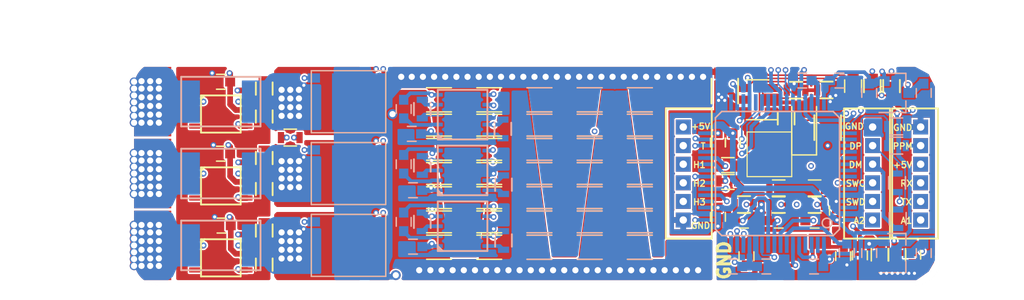
<source format=kicad_pcb>
(kicad_pcb (version 20221018) (generator pcbnew)
  (layers (0 "F.Cu" signal) (1 "In1.Cu" signal) (2 "In2.Cu" signal) (31 "B.Cu" signal) (34 "B.Paste" user) (35 "F.Paste" user) (36 "B.SilkS" user "B.Silkscreen") (37 "F.SilkS" user "F.Silkscreen") (38 "B.Mask" user) (39 "F.Mask" user) (44 "Edge.Cuts" user))
  (net 0 "")
  (net 1 "VDD")
  (net 2 "Net-(Q1-Pad1)")
  (net 3 "Net-(Q2-Pad1)")
  (net 4 "VSS")
  (net 5 "Net-(Q3-Pad1)")
  (net 6 "Net-(Q5-Pad1)")
  (net 7 "Net-(Q6-Pad1)")
  (net 8 "Net-(C1-Pad1)")
  (net 9 "Net-(C2-Pad1)")
  (net 10 "Net-(C3-Pad1)")
  (net 11 "Net-(U4-Pad4)")
  (net 12 "Net-(U5-Pad4)")
  (net 13 "Net-(U6-Pad4)")
  (net 14 "Net-(U7-Pad4)")
  (net 15 "Net-(U7-Pad2)")
  (net 16 "Net-(U7-Pad3)")
  (net 17 "Net-(U7-Pad20)")
  (net 18 "Net-(U7-Pad23)")
  (net 19 "Net-(U7-Pad33)")
  (net 20 "Net-(U7-Pad40)")
  (net 21 "Net-(U7-Pad50)")
  (net 22 "Net-(U7-Pad51)")
  (net 23 "Net-(U7-Pad52)")
  (net 24 "Net-(U7-Pad53)")
  (net 25 "Net-(U7-Pad54)")
  (net 26 "Net-(U7-Pad55)")
  (net 27 "Net-(U7-Pad56)")
  (net 28 "Net-(U7-Pad25)")
  (net 29 "Net-(U7-Pad59)")
  (net 30 "Net-(U7-Pad28)")
  (net 31 "Net-(P1-Pad1)")
  (net 32 "Net-(P2-Pad1)")
  (net 33 "Net-(P3-Pad1)")
  (net 34 "SH1")
  (net 35 "SH2")
  (net 36 "SH3")
  (net 37 "C1")
  (net 38 "C2")
  (net 39 "C3")
  (net 40 "Net-(C17-Pad2)")
  (net 41 "Net-(C18-Pad2)")
  (net 42 "VCC")
  (net 43 "SENS_SUPPLY")
  (net 44 "Net-(R6-Pad2)")
  (net 45 "Net-(R8-Pad2)")
  (net 46 "Net-(R10-Pad2)")
  (net 47 "SENS_1")
  (net 48 "SENS_2")
  (net 49 "SENS_3")
  (net 50 "I1")
  (net 51 "I2")
  (net 52 "I3")
  (net 53 "LI1")
  (net 54 "HI1")
  (net 55 "LI2")
  (net 56 "HI2")
  (net 57 "LI3")
  (net 58 "HI3")
  (net 59 "Net-(C23-Pad1)")
  (net 60 "Net-(C23-Pad2)")
  (net 61 "USB-DM")
  (net 62 "USB-DP")
  (net 63 "Net-(D3-Pad1)")
  (net 64 "Net-(D4-Pad1)")
  (net 65 "LED_GREEN")
  (net 66 "LED_RED")
  (net 67 "HALL_1")
  (net 68 "HALL_2")
  (net 69 "HALL_3")
  (net 70 "SWCLK")
  (net 71 "SWDIO")
  (net 72 "Net-(C30-Pad1)")
  (net 73 "Net-(C31-Pad1)")
  (net 74 "SERVO")
  (net 75 "TEMP_MOTOR")
  (net 76 "RX")
  (net 77 "TX")
  (net 78 "EN")
  (net 79 "servoi")
  (net 80 "Net-(C77-Pad2)")
  (net 81 "Net-(Q4-Pad1)")
  (net 82 "+5V")
  (net 83 "Net-(R7-Pad1)")
  (net 84 "Net-(R9-Pad1)")
  (net 85 "Net-(R11-Pad1)")
  (net 86 "Net-(R21-Pad2)")
  (net 87 "VAA")
  (net 88 "Net-(C20-Pad2)")
  (net 89 "Net-(P10-Pad4)")
  (net 90 "ADC_EXT2")
  (net 91 "Net-(P10-Pad5)")
  (net 92 "ADC_EXT1")
  (net 93 "Net-(U7-Pad57)")
  (net 94 "Net-(U7-Pad61)")
  (net 95 "Net-(U7-Pad62)")
  (footprint "kicad_subory:MSOP" (layer "F.Cu") (at 75 92)
    (fp_text reference "U4" hide)
    (fp_text value "AD8418")
  )
  (footprint "kicad_subory:MSOP" (layer "F.Cu") (at 75 97.8)
    (fp_text reference "U5" hide)
    (fp_text value "AD8418")
  )
  (footprint "kicad_subory:MSOP" (layer "F.Cu") (at 75 86.2)
    (fp_text reference "U6" hide)
    (fp_text value "AD8418")
  )
  (footprint "Capacitors_SMD:C_0603" (layer "F.Cu") (at 75.05 95.2)
    (fp_text reference "C9" hide)
    (fp_text value "2u2")
  )
  (footprint "Capacitors_SMD:C_0603" (layer "F.Cu") (at 75 89.4)
    (fp_text reference "C10" hide)
    (fp_text value "2u2")
  )
  (footprint "Capacitors_SMD:C_0603" (layer "F.Cu") (at 75 83.6)
    (fp_text reference "C11" hide)
    (fp_text value "2u2")
  )
  (footprint "Capacitors_SMD:C_0603" (layer "F.Cu") (at 122.9 94.8 180)
    (fp_text reference "C14" hide)
    (fp_text value "4n7")
  )
  (footprint "Capacitors_SMD:C_0603" (layer "F.Cu") (at 120 94.8 180)
    (fp_text reference "C15" hide)
    (fp_text value "4n7")
  )
  (footprint "Capacitors_SMD:C_0603" (layer "F.Cu") (at 117.2 94.8 180)
    (fp_text reference "C16" hide)
    (fp_text value "4n7")
  )
  (footprint "Capacitors_SMD:C_0603" (layer "F.Cu") (at 115.1 88.5 90)
    (fp_text reference "C17" hide)
    (fp_text value "2u2")
  )
  (footprint "Capacitors_SMD:C_0603" (layer "F.Cu") (at 124.7 94 90)
    (fp_text reference "C21" hide)
    (fp_text value "2u2")
  )
  (footprint "Resistors_SMD:R_0603" (layer "F.Cu") (at 127.55 83.95 -90)
    (fp_text reference "R4" hide)
    (fp_text value "25k5")
  )
  (footprint "Resistors_SMD:R_0603" (layer "F.Cu") (at 129.1 83.95 -90)
    (fp_text reference "R5" hide)
    (fp_text value "2k2")
  )
  (footprint "Resistors_SMD:R_0603" (layer "F.Cu") (at 78.5 89.75 90)
    (fp_text reference "R12" hide)
    (fp_text value "25k5")
  )
  (footprint "Resistors_SMD:R_0603" (layer "F.Cu") (at 78.5 92.25 90)
    (fp_text reference "R13" hide)
    (fp_text value "2k2")
  )
  (footprint "Resistors_SMD:R_0603" (layer "F.Cu") (at 78.5 95.6 90)
    (fp_text reference "R14" hide)
    (fp_text value "25k5")
  )
  (footprint "Resistors_SMD:R_0603" (layer "F.Cu") (at 78.5 98.35 90)
    (fp_text reference "R15" hide)
    (fp_text value "2k2")
  )
  (footprint "Resistors_SMD:R_0603" (layer "F.Cu") (at 78.5 84.15 90)
    (fp_text reference "R16" hide)
    (fp_text value "25k5")
  )
  (footprint "Resistors_SMD:R_0603" (layer "F.Cu") (at 78.5 86.4 90)
    (fp_text reference "R17" hide)
    (fp_text value "2k2")
  )
  (footprint "Resistors_SMD:R_0603" (layer "F.Cu") (at 122.9 93.5 180)
    (fp_text reference "R18" hide)
    (fp_text value "100R")
  )
  (footprint "Resistors_SMD:R_0603" (layer "F.Cu") (at 120 93.5 180)
    (fp_text reference "R19" hide)
    (fp_text value "100R")
  )
  (footprint "Resistors_SMD:R_0603" (layer "F.Cu") (at 117.2 93.5 180)
    (fp_text reference "R20" hide)
    (fp_text value "100R")
  )
  (footprint "Resistors_SMD:R_0603" (layer "F.Cu") (at 120.6 86.55 90)
    (fp_text reference "C23" hide)
    (fp_text value "220nF")
  )
  (footprint "Resistors_SMD:R_1206" (layer "F.Cu") (at 115.65 84.35 90)
    (fp_text reference "C24" hide)
    (fp_text value "10u")
  )
  (footprint "Resistors_SMD:R_1206" (layer "F.Cu") (at 123.95 87.3 -90)
    (fp_text reference "C25" hide)
    (fp_text value "10u")
  )
  (footprint "Diodes_SMD:D_SOD-123" (layer "F.Cu") (at 122.05 87.25 90)
    (fp_text reference "D1" hide)
    (fp_text value "D_Schottky")
  )
  (footprint "Resistors_SMD:R_0603" (layer "F.Cu") (at 123.85 84.26 180)
    (fp_text reference "R21" hide)
    (fp_text value "510R")
  )
  (footprint "Resistors_SMD:R_0603" (layer "F.Cu") (at 121.4 84.28)
    (fp_text reference "R22" hide)
    (fp_text value "8k")
  )
  (footprint "TO_SOT_Packages_SMD:SOT-23-6" (layer "F.Cu") (at 118.3 85.05 180)
    (fp_text reference "U8" hide)
    (fp_text value "LMR16006")
  )
  (footprint "kicad_subory:JST_ZH_1.5_6-Pin" (layer "F.Cu") (at 112.3 91 90)
    (fp_text reference "P9" hide)
    (fp_text value "CONN_01X06" hide)
  )
  (footprint "kicad_subory:JST_ZH_1.5_6-Pin" (layer "F.Cu") (at 127.575 91 -90)
    (fp_text reference "P10" hide)
    (fp_text value "CONN_01X06")
  )
  (footprint "Resistors_SMD:R_0603" (layer "F.Cu") (at 115.9 91.6 180)
    (fp_text reference "D3" hide)
    (fp_text value "LED")
  )
  (footprint "Resistors_SMD:R_0603" (layer "F.Cu") (at 115.9 90.4 180)
    (fp_text reference "D4" hide)
    (fp_text value "LED")
  )
  (footprint "Resistors_SMD:R_0603" (layer "F.Cu") (at 122.9 92.2)
    (fp_text reference "R28" hide)
    (fp_text value "220R")
  )
  (footprint "Resistors_SMD:R_0603" (layer "F.Cu") (at 120 92.2 180)
    (fp_text reference "R29" hide)
    (fp_text value "220R")
  )
  (footprint "Capacitors_SMD:C_0603" (layer "F.Cu") (at 125.2 97.667094 -90)
    (fp_text reference "C30" hide)
    (fp_text value "10pF")
  )
  (footprint "Capacitors_SMD:C_0603" (layer "F.Cu") (at 117.4 97.667094 90)
    (fp_text reference "C31" hide)
    (fp_text value "10pF")
  )
  (footprint "mojaKniznica:5x3.2KRISTALL" (layer "F.Cu") (at 121.32331 97.667094 180)
    (fp_text reference "X1" hide)
    (fp_text value "CRYSTAL_SMD" hide)
  )
  (footprint "Resistors_SMD:R_1206" (layer "F.Cu") (at 108.8 94.9 180)
    (fp_text reference "C12" hide)
    (fp_text value "10u")
  )
  (footprint "Resistors_SMD:R_1206" (layer "F.Cu") (at 96.65 94.9)
    (fp_text reference "C13" hide)
    (fp_text value "10u")
  )
  (footprint "Resistors_SMD:R_1206" (layer "F.Cu") (at 100.7 91 180)
    (fp_text reference "C34" hide)
    (fp_text value "C")
  )
  (footprint "Resistors_SMD:R_1206" (layer "F.Cu") (at 108.8 91 180)
    (fp_text reference "C40" hide)
    (fp_text value "C")
  )
  (footprint "Resistors_SMD:R_1206" (layer "F.Cu") (at 92.6 94.9 180)
    (fp_text reference "C42" hide)
    (fp_text value "C")
  )
  (footprint "Resistors_SMD:R_1206" (layer "F.Cu") (at 100.7 85.15 180)
    (fp_text reference "C44" hide)
    (fp_text value "C")
  )
  (footprint "Resistors_SMD:R_1206" (layer "F.Cu") (at 96.65 85.15)
    (fp_text reference "C45" hide)
    (fp_text value "C")
  )
  (footprint "Resistors_SMD:R_1206" (layer "F.Cu") (at 96.65 92.95)
    (fp_text reference "C46" hide)
    (fp_text value "C")
  )
  (footprint "Resistors_SMD:R_1206" (layer "F.Cu") (at 108.8 92.95 180)
    (fp_text reference "C47" hide)
    (fp_text value "C")
  )
  (footprint "Resistors_SMD:R_1206" (layer "F.Cu") (at 104.75 96.85)
    (fp_text reference "C48" hide)
    (fp_text value "10u")
  )
  (footprint "Resistors_SMD:R_1206" (layer "F.Cu") (at 104.75 85.15)
    (fp_text reference "C49" hide)
    (fp_text value "C")
  )
  (footprint "Resistors_SMD:R_1206" (layer "F.Cu") (at 100.7 92.95 180)
    (fp_text reference "C50" hide)
    (fp_text value "C")
  )
  (footprint "Resistors_SMD:R_1206" (layer "F.Cu") (at 104.75 87.1)
    (fp_text reference "C51" hide)
    (fp_text value "C")
  )
  (footprint "Resistors_SMD:R_1206" (layer "F.Cu") (at 104.75 94.9)
    (fp_text reference "C52" hide)
    (fp_text value "C")
  )
  (footprint "Resistors_SMD:R_1206" (layer "F.Cu") (at 100.7 94.9 180)
    (fp_text reference "C53" hide)
    (fp_text value "C")
  )
  (footprint "Resistors_SMD:R_1206" (layer "F.Cu") (at 96.65 96.85)
    (fp_text reference "C54" hide)
    (fp_text value "C")
  )
  (footprint "Resistors_SMD:R_1206" (layer "F.Cu") (at 104.75 92.95)
    (fp_text reference "C55" hide)
    (fp_text value "C")
  )
  (footprint "Resistors_SMD:R_1206" (layer "F.Cu") (at 100.7 96.85 180)
    (fp_text reference "C56" hide)
    (fp_text value "C")
  )
  (footprint "Resistors_SMD:R_1206" (layer "F.Cu") (at 96.65 91)
    (fp_text reference "C57" hide)
    (fp_text value "C")
  )
  (footprint "Resistors_SMD:R_1206" (layer "F.Cu") (at 92.6 91 180)
    (fp_text reference "C58" hide)
    (fp_text value "C")
  )
  (footprint "Resistors_SMD:R_1206" (layer "F.Cu") (at 100.7 89.05 180)
    (fp_text reference "C59" hide)
    (fp_text value "C")
  )
  (footprint "Resistors_SMD:R_1206" (layer "F.Cu") (at 108.8 96.85 180)
    (fp_text reference "C64" hide)
    (fp_text value "C")
  )
  (footprint "kicad_subory:JST_ZH_1.5_6-Pin" (layer "F.Cu") (at 131.45 91 -90)
    (fp_text reference "P11" hide)
    (fp_text value "CONN_01X06")
  )
  (footprint "Resistors_SMD:R_1206" (layer "F.Cu") (at 108.8 89.05 180)
    (fp_text reference "C68" hide)
    (fp_text value "C")
  )
  (footprint "Resistors_SMD:R_1206" (layer "F.Cu") (at 92.6 96.85 180)
    (fp_text reference "C69" hide)
    (fp_text value "C")
  )
  (footprint "Resistors_SMD:R_1206" (layer "F.Cu") (at 100.7 87.1 180)
    (fp_text reference "C70" hide)
    (fp_text value "C")
  )
  (footprint "Resistors_SMD:R_1206" (layer "F.Cu") (at 96.65 89.05)
    (fp_text reference "C71" hide)
    (fp_text value "C")
  )
  (footprint "Resistors_SMD:R_1206" (layer "F.Cu") (at 96.65 87.1)
    (fp_text reference "C72" hide)
    (fp_text value "C")
  )
  (footprint "Resistors_SMD:R_1206" (layer "F.Cu") (at 104.75 91)
    (fp_text reference "C73" hide)
    (fp_text value "C")
  )
  (footprint "kicad_subory:prekov" (layer "F.Cu") (at 70.4 93.15 90)
    (fp_text reference "P1" hide)
    (fp_text value "CONN_1")
  )
  (footprint "kicad_subory:prekov" (layer "F.Cu") (at 68.2 94.65 -90)
    (fp_text reference "P2" hide)
    (fp_text value "CONN_1")
  )
  (footprint "kicad_subory:prekov" (layer "F.Cu") (at 70.4 87.35 90)
    (fp_text reference "P3" hide)
    (fp_text value "CONN_1")
  )
  (footprint "kicad_subory:prekov" (layer "F.Cu") (at 79.5 88.9 -90)
    (fp_text reference "P4" hide)
    (fp_text value "CONN_1")
  )
  (footprint "kicad_subory:prekov" (layer "F.Cu") (at 81.7 98.95 90)
    (fp_text reference "P5" hide)
    (fp_text value "CONN_1")
  )
  (footprint "kicad_subory:prekov" (layer "F.Cu") (at 81.7 87.45 90)
    (fp_text reference "P6" hide)
    (fp_text value "CONN_1")
  )
  (footprint "Capacitors_SMD:C_0603" (layer "F.Cu") (at 126.55 97.6 90)
    (fp_text reference "C77" hide)
    (fp_text value "2u2")
  )
  (footprint "Resistors_SMD:R_0603" (layer "F.Cu") (at 128.15 97.55 90)
    (fp_text reference "R31" hide)
    (fp_text value "10k")
  )
  (footprint "Resistors_SMD:R_0603" (layer "F.Cu") (at 80.6 88.1)
    (fp_text reference "R32" hide)
    (fp_text value "10kNTC")
  )
  (footprint "Resistors_SMD:R_0603" (layer "F.Cu") (at 126 83.95 -90)
    (fp_text reference "R33" hide)
    (fp_text value "10k")
  )
  (footprint "Capacitors_SMD:C_0603" (layer "F.Cu") (at 130.85 97.55 90)
    (fp_text reference "C78" hide)
    (fp_text value "2u2")
  )
  (footprint "Resistors_SMD:R_0603" (layer "F.Cu") (at 129.55 97.55 90)
    (fp_text reference "R34" hide)
    (fp_text value "10k")
  )
  (footprint "Resistors_SMD:R_1206" (layer "F.Cu") (at 92.6 87.1 180)
    (fp_text reference "C28" hide)
    (fp_text value "10u")
  )
  (footprint "Resistors_SMD:R_1206" (layer "F.Cu") (at 108.8 85.15 180)
    (fp_text reference "C35" hide)
    (fp_text value "C")
  )
  (footprint "Resistors_SMD:R_1206" (layer "F.Cu") (at 92.6 92.95 180)
    (fp_text reference "C36" hide)
    (fp_text value "C")
  )
  (footprint "Resistors_SMD:R_1206" (layer "F.Cu") (at 92.6 85.15 180)
    (fp_text reference "C39" hide)
    (fp_text value "10u")
  )
  (footprint "Resistors_SMD:R_1206" (layer "F.Cu") (at 104.75 89.05)
    (fp_text reference "C60" hide)
    (fp_text value "10u")
  )
  (footprint "Resistors_SMD:R_1206" (layer "F.Cu") (at 108.8 87.1 180)
    (fp_text reference "C61" hide)
    (fp_text value "10u")
  )
  (footprint "Resistors_SMD:R_1206" (layer "F.Cu") (at 92.6 89.05 180)
    (fp_text reference "C62" hide)
    (fp_text value "10u")
  )
  (footprint "kicad_subory:DFN5" (layer "F.Cu") (at 85.3 91 180)
    (fp_text reference "Q2" hide)
    (fp_text value "Q_NMOS_GSD")
  )
  (footprint "kicad_subory:DFN5" (layer "F.Cu") (at 85.305 96.8 180)
    (fp_text reference "Q4" hide)
    (fp_text value "Q_NMOS_GSD")
  )
  (footprint "kicad_subory:DFN5" (layer "F.Cu") (at 85.305 85.2 180)
    (fp_text reference "Q6" hide)
    (fp_text value "Q_NMOS_GSD")
  )
  (footprint "Capacitors_SMD:C_0603" (layer "F.Cu") (at 115.1 94.5 -90)
    (fp_text reference "C22" hide)
    (fp_text value "2u2")
  )
  (footprint "Capacitors_SMD:C_0603" (layer "F.Cu") (at 116.3 88.5 -90)
    (fp_text reference "C29" hide)
    (fp_text value "2u2")
  )
  (footprint "mojaKniznica:WE-MAPI" (layer "F.Cu") (at 119.25 89.45 -90)
    (fp_text reference "L1" hide)
    (fp_text value "22uH")
  )
  (footprint "Capacitors_SMD:C_0603" (layer "B.Cu") (at 89.75 90.25 90)
    (fp_text reference "C1" hide)
    (fp_text value "220n")
  )
  (footprint "Capacitors_SMD:C_0603" (layer "B.Cu") (at 89.75 94.9 90)
    (fp_text reference "C2" hide)
    (fp_text value "220n")
  )
  (footprint "Capacitors_SMD:C_0603" (layer "B.Cu") (at 89.75 85.8 90)
    (fp_text reference "C3" hide)
    (fp_text value "220n")
  )
  (footprint "crf1:lqfp64_pad_mod" (layer "B.Cu") (at 119.9 91 180)
    (fp_text reference "U7" hide)
    (fp_text value "STM32F40X_LQFP64" hide)
  )
  (footprint "Capacitors_SMD:C_0603" (layer "B.Cu") (at 90.5 92.35 180)
    (fp_text reference "C6" hide)
    (fp_text value "2u2")
  )
  (footprint "Capacitors_SMD:C_0603" (layer "B.Cu") (at 90.5 96.9 180)
    (fp_text reference "C7" hide)
    (fp_text value "2u2")
  )
  (footprint "Capacitors_SMD:C_0603" (layer "B.Cu") (at 90.4 87.8 180)
    (fp_text reference "C8" hide)
    (fp_text value "2u2")
  )
  (footprint "Capacitors_SMD:C_0603" (layer "B.Cu") (at 121.9 83.5)
    (fp_text reference "C18" hide)
    (fp_text value "2u2")
  )
  (footprint "Capacitors_SMD:C_0603" (layer "B.Cu") (at 119 98.5)
    (fp_text reference "C19" hide)
    (fp_text value "2u2")
  )
  (footprint "Capacitors_SMD:C_0603" (layer "B.Cu") (at 125.5 97.4 90)
    (fp_text reference "C20" hide)
    (fp_text value "220nF")
  )
  (footprint "Resistors_SMD:R_0603" (layer "B.Cu") (at 91.25 90.35 -90)
    (fp_text reference "R6" hide)
    (fp_text value "7R5")
  )
  (footprint "Resistors_SMD:R_0603" (layer "B.Cu") (at 97.8 91.9 90)
    (fp_text reference "R7" hide)
    (fp_text value "7R5")
  )
  (footprint "Resistors_SMD:R_0603" (layer "B.Cu") (at 91.25 94.9 -90)
    (fp_text reference "R8" hide)
    (fp_text value "7R5")
  )
  (footprint "Resistors_SMD:R_0603" (layer "B.Cu") (at 97.8 96.4 90)
    (fp_text reference "R9" hide)
    (fp_text value "7R5")
  )
  (footprint "Resistors_SMD:R_0603" (layer "B.Cu") (at 91.25 85.8 -90)
    (fp_text reference "R10" hide)
    (fp_text value "7R5")
  )
  (footprint "Resistors_SMD:R_0603" (layer "B.Cu") (at 97.75 87.4 90)
    (fp_text reference "R11" hide)
    (fp_text value "7R5")
  )
  (footprint "Resistors_SMD:R_0603" (layer "B.Cu") (at 129.6 94.65 90)
    (fp_text reference "R25" hide)
    (fp_text value "22R")
  )
  (footprint "Resistors_SMD:R_0603" (layer "B.Cu") (at 129.55 91.75 -90)
    (fp_text reference "R27" hide)
    (fp_text value "22R")
  )
  (footprint "Resistors_SMD:R_1206" (layer "B.Cu") (at 100.7 94.9 180)
    (fp_text reference "C4" hide)
    (fp_text value "10u")
  )
  (footprint "Resistors_SMD:R_1206" (layer "B.Cu") (at 104.75 85.15)
    (fp_text reference "C5" hide)
    (fp_text value "10u")
  )
  (footprint "Resistors_SMD:R_1206" (layer "B.Cu") (at 100.7 87.1 180)
    (fp_text reference "C33" hide)
    (fp_text value "C")
  )
  (footprint "Resistors_SMD:R_1206" (layer "B.Cu") (at 104.75 91)
    (fp_text reference "C37" hide)
    (fp_text value "C")
  )
  (footprint "Resistors_SMD:R_1206" (layer "B.Cu") (at 104.75 89.05)
    (fp_text reference "C38" hide)
    (fp_text value "C")
  )
  (footprint "Resistors_SMD:R_1206" (layer "B.Cu") (at 100.7 96.85 180)
    (fp_text reference "C41" hide)
    (fp_text value "C")
  )
  (footprint "Resistors_SMD:R_1206" (layer "B.Cu") (at 100.7 89.05 180)
    (fp_text reference "C43" hide)
    (fp_text value "C")
  )
  (footprint "Resistors_SMD:R_1206" (layer "B.Cu") (at 104.75 87.1)
    (fp_text reference "C65" hide)
    (fp_text value "C")
  )
  (footprint "Resistors_SMD:R_1206" (layer "B.Cu") (at 104.75 92.95)
    (fp_text reference "C66" hide)
    (fp_text value "C")
  )
  (footprint "Resistors_SMD:R_1206" (layer "B.Cu") (at 100.7 92.95 180)
    (fp_text reference "C67" hide)
    (fp_text value "C")
  )
  (footprint "Resistors_SMD:R_0603" (layer "B.Cu") (at 129.5 87.2 180)
    (fp_text reference "C76" hide)
    (fp_text value "100n")
  )
  (footprint "Resistors_SMD:R_0603" (layer "B.Cu") (at 129.5 88.75 180)
    (fp_text reference "R30" hide)
    (fp_text value "100R")
  )
  (footprint "Resistors_SMD:R_1206" (layer "B.Cu") (at 104.75 94.9)
    (fp_text reference "C32" hide)
    (fp_text value "10u")
  )
  (footprint "Resistors_SMD:R_1206" (layer "B.Cu") (at 100.7 85.15 180)
    (fp_text reference "C63" hide)
    (fp_text value "10u")
  )
  (footprint "Resistors_SMD:R_1206" (layer "B.Cu") (at 100.7 91 180)
    (fp_text reference "C74" hide)
    (fp_text value "10u")
  )
  (footprint "Resistors_SMD:R_1206" (layer "B.Cu") (at 104.75 96.85)
    (fp_text reference "C75" hide)
    (fp_text value "10u")
  )
  (footprint "Resistors_SMD:R_1206" (layer "B.Cu") (at 108.8 85.15 180)
    (fp_text reference "C79" hide)
    (fp_text value "10u")
  )
  (footprint "Resistors_SMD:R_1206" (layer "B.Cu") (at 108.8 87.1 180)
    (fp_text reference "C80" hide)
    (fp_text value "C")
  )
  (footprint "Resistors_SMD:R_1206" (layer "B.Cu") (at 108.8 94.9 180)
    (fp_text reference "C81" hide)
    (fp_text value "C")
  )
  (footprint "Resistors_SMD:R_1206" (layer "B.Cu") (at 108.8 96.85 180)
    (fp_text reference "C82" hide)
    (fp_text value "10u")
  )
  (footprint "Resistors_SMD:R_1206" (layer "B.Cu") (at 108.8 89.05 180)
    (fp_text reference "C83" hide)
    (fp_text value "C")
  )
  (footprint "Resistors_SMD:R_1206" (layer "B.Cu") (at 108.8 91 180)
    (fp_text reference "C84" hide)
    (fp_text value "10u")
  )
  (footprint "Resistors_SMD:R_1206" (layer "B.Cu") (at 108.8 92.95 180)
    (fp_text reference "C85" hide)
    (fp_text value "10u")
  )
  (footprint "kicad_subory:DFN5" (layer "B.Cu") (at 85.295 91)
    (fp_text reference "Q1" hide)
    (fp_text value "Q_NMOS_GSD")
  )
  (footprint "kicad_subory:DFN5" (layer "B.Cu") (at 85.295 96.8)
    (fp_text reference "Q3" hide)
    (fp_text value "Q_NMOS_GSD")
  )
  (footprint "kicad_subory:DFN5" (layer "B.Cu") (at 85.295 85.2)
    (fp_text reference "Q5" hide)
    (fp_text value "Q_NMOS_GSD")
  )
  (footprint "kicad_subory:WSON10_" (layer "B.Cu") (at 94.5 90.75 -90)
    (fp_text reference "U1" hide)
    (fp_text value "LM5113")
  )
  (footprint "kicad_subory:WSON10_" (layer "B.Cu") (at 94.5 95.25 -90)
    (fp_text reference "U2" hide)
    (fp_text value "LM5113")
  )
  (footprint "kicad_subory:WSON10_" (layer "B.Cu") (at 94.5 86.25 -90)
    (fp_text reference "U3" hide)
    (fp_text value "LM5113")
  )
  (footprint "mojaKniznica:2512Rv2" (layer "B.Cu") (at 75 91)
    (fp_text reference "R1" hide)
    (fp_text value "RSENS")
  )
  (footprint "mojaKniznica:2512Rv2" (layer "B.Cu") (at 75 96.8)
    (fp_text reference "R2" hide)
    (fp_text value "RSENS")
  )
  (footprint "mojaKniznica:2512Rv2" (layer "B.Cu") (at 75 85.2)
    (fp_text reference "R3" hide)
    (fp_text value "RSENS")
  )
  (footprint "Capacitors_SMD:C_0603" (layer "B.Cu") (at 124.9 83.5)
    (fp_text reference "C26" hide)
    (fp_text value "2u2")
  )
  (footprint "Capacitors_SMD:C_0603" (layer "B.Cu") (at 122.85 98.5 180)
    (fp_text reference "C27" hide)
    (fp_text value "2u2")
  )
  (footprint "Capacitors_SMD:C_0603" (layer "B.Cu") (at 116.3 98.5 180)
    (fp_text reference "C86" hide)
    (fp_text value "2u2")
  )
  (footprint "Capacitors_SMD:C_0603" (layer "B.Cu") (at 131.7 97.417242 -90)
    (fp_text reference "C87" hide)
    (fp_text value "2u2")
  )
  (footprint "Capacitors_SMD:C_0603" (layer "B.Cu") (at 127.3 84.5 -90)
    (fp_text reference "C88" hide)
    (fp_text value "2u2")
  )
  (footprint "Capacitors_SMD:C_0603" (layer "B.Cu") (at 131.7 84.5 -90)
    (fp_text reference "C89" hide)
    (fp_text value "2u2")
  )
  (footprint "Capacitors_SMD:C_0603" (layer "B.Cu") (at 127.3 97.417242 -90)
    (fp_text reference "C90" hide)
    (fp_text value "2u2")
  )
  (footprint "TO_SOT_Packages_SMD:SOT-23" (layer "B.Cu") (at 129.5 84.5)
    (fp_text reference "U9" hide)
    (fp_text value "MCP1700")
  )
  (footprint "TO_SOT_Packages_SMD:SOT-23" (layer "B.Cu") (at 129.5 97.417242)
    (fp_text reference "U10" hide)
    (fp_text value "MCP1700")
  )
  (gr_arc (start 131 82) (mid 132.414214 82.585786) (end 133 84) (stroke (width 0.001)) (layer "Edge.Cuts"))
  (gr_line (start 68 84) (end 68 98) (stroke (width 0.001)) (layer "Edge.Cuts"))
  (gr_line (start 70 100) (end 131 100) (stroke (width 0.001)) (layer "Edge.Cuts"))
  (gr_line (start 133 84) (end 133 98) (stroke (width 0.001)) (layer "Edge.Cuts"))
  (gr_line (start 70 82) (end 131 82) (stroke (width 0.001)) (layer "Edge.Cuts"))
  (gr_arc (start 68 84) (mid 68.585786 82.585786) (end 70 82) (stroke (width 0.001)) (layer "Edge.Cuts"))
  (gr_arc (start 133 98) (mid 132.414214 99.414214) (end 131 100) (stroke (width 0.001)) (layer "Edge.Cuts"))
  (gr_arc (start 70 100) (mid 68.585786 99.414214) (end 68 98) (stroke (width 0.001)) (layer "Edge.Cuts"))
  (gr_text "H1" (at 113.6 90.3) (layer "F.SilkS") (effects (font (size 0.5 0.5) (thickness 0.1))))
  (gr_text "H2" (at 113.6 91.8) (layer "F.SilkS") (effects (font (size 0.5 0.5) (thickness 0.1))))
  (gr_text "H3" (at 113.6 93.3) (layer "F.SilkS") (effects (font (size 0.5 0.5) (thickness 0.1))))
  (gr_text "GND" (at 113.7 95.2) (layer "F.SilkS") (effects (font (size 0.5 0.5) (thickness 0.1))))
  (gr_text "T" (at 113.9 88.8) (layer "F.SilkS") (effects (font (size 0.5 0.5) (thickness 0.1))))
  (gr_text "GND" (at 130 87.3) (layer "F.SilkS") (effects (font (size 0.5 0.5) (thickness 0.1))))
  (gr_text "GND" (at 126.1 87.2) (layer "F.SilkS") (effects (font (size 0.5 0.5) (thickness 0.1))))
  (gr_text "PPM" (at 130 88.8) (layer "F.SilkS") (effects (font (size 0.5 0.5) (thickness 0.1))))
  (gr_text "+5V" (at 130 90.3) (layer "F.SilkS") (effects (font (size 0.5 0.5) (thickness 0.1))))
  (gr_text "RX" (at 130.3 91.8) (layer "F.SilkS") (effects (font (size 0.5 0.5) (thickness 0.1))))
  (gr_text "TX" (at 130.3 93.3) (layer "F.SilkS") (effects (font (size 0.5 0.5) (thickness 0.1))))
  (gr_text "A1" (at 130.3 94.8) (layer "F.SilkS") (effects (font (size 0.5 0.5) (thickness 0.1))))
  (gr_text "A2" (at 126.5 94.8) (layer "F.SilkS") (effects (font (size 0.5 0.5) (thickness 0.1))))
  (gr_text "SWD" (at 126.2 93.3) (layer "F.SilkS") (effects (font (size 0.5 0.5) (thickness 0.1))))
  (gr_text "SWC" (at 126.2 91.8) (layer "F.SilkS") (effects (font (size 0.5 0.5) (thickness 0.1))))
  (gr_text "DM" (at 126.2 90.3) (layer "F.SilkS") (effects (font (size 0.5 0.5) (thickness 0.1))))
  (gr_text "DP" (at 126.2 88.8) (layer "F.SilkS") (effects (font (size 0.5 0.5) (thickness 0.1))))
  (gr_text "+5V" (at 113.7 87.2) (layer "F.SilkS") (effects (font (size 0.5 0.5) (thickness 0.1))))
  (gr_text "GND" (at 115.6 98 90) (layer "F.SilkS") (effects (font (size 1 1) (thickness 0.25))))
  (segment (start 117.1 84.95) (end 117.2 85.05) (width 0.46) (layer "F.Cu") (net 1))
  (segment (start 119.174153 83.070501) (end 122.690501 83.070501) (width 0.127) (layer "F.Cu") (net 1))
  (segment (start 105.7 83.2) (end 106.6 83.2) (width 0.8) (layer "F.Cu") (net 1))
  (segment (start 115.65 82.9) (end 115.65 84.047602) (width 0.46) (layer "F.Cu") (net 1))
  (segment (start 100.3 83.2) (end 101.2 83.2) (width 0.8) (layer "F.Cu") (net 1))
  (segment (start 125.423 83.2) (end 126 83.2) (width 0.127) (layer "F.Cu") (net 1))
  (segment (start 115.65 82.9) (end 114.2 82.9) (width 0.3) (layer "F.Cu") (net 1))
  (segment (start 111 85.15) (end 110.25 85.15) (width 0.3) (layer "F.Cu") (net 1))
  (segment (start 102.1 83.2) (end 103 83.2) (width 0.8) (layer "F.Cu") (net 1))
  (segment (start 117.248158 82.9) (end 117.298159 82.849999) (width 0.127) (layer "F.Cu") (net 1))
  (segment (start 116.552398 84.95) (end 117.1 84.95) (width 0.46) (layer "F.Cu") (net 1))
  (segment (start 125.299479 83.076479) (end 125.423 83.2) (width 0.127) (layer "F.Cu") (net 1))
  (segment (start 93.1 83.2) (end 94 83.2) (width 0.8) (layer "F.Cu") (net 1))
  (segment (start 127.55 83.2) (end 127.55 82.75) (width 0.127) (layer "F.Cu") (net 1))
  (segment (start 113.9 83.2) (end 113.9 84.94451) (width 0.8) (layer "F.Cu") (net 1))
  (segment (start 114.2 82.9) (end 113.9 83.2) (width 0.3) (layer "F.Cu") (net 1))
  (segment (start 122.696479 83.076479) (end 125.299479 83.076479) (width 0.127) (layer "F.Cu") (net 1))
  (segment (start 115.65 84.047602) (end 116.552398 84.95) (width 0.46) (layer "F.Cu") (net 1))
  (segment (start 96.7 83.2) (end 97.6 83.2) (width 0.8) (layer "F.Cu") (net 1))
  (segment (start 94.9 83.2) (end 95.8 83.2) (width 0.8) (layer "F.Cu") (net 1))
  (segment (start 103.9 83.2) (end 104.8 83.2) (width 0.8) (layer "F.Cu") (net 1))
  (segment (start 112.1 83.2) (end 113 83.2) (width 0.8) (layer "F.Cu") (net 1))
  (segment (start 115.65 82.9) (end 117.248158 82.9) (width 0.127) (layer "F.Cu") (net 1))
  (segment (start 89.55 83.2) (end 90.4 83.2) (width 0.8) (layer "F.Cu") (net 1))
  (segment (start 98.5 83.2) (end 99.4 83.2) (width 0.8) (layer "F.Cu") (net 1))
  (segment (start 109.3 83.2) (end 110.2 83.2) (width 0.8) (layer "F.Cu") (net 1))
  (segment (start 91.3 83.2) (end 92.2 83.2) (width 0.8) (layer "F.Cu") (net 1))
  (segment (start 118.953651 82.849999) (end 119.174153 83.070501) (width 0.127) (layer "F.Cu") (net 1))
  (segment (start 122.690501 83.070501) (end 122.696479 83.076479) (width 0.127) (layer "F.Cu") (net 1))
  (segment (start 107.5 83.2) (end 108.4 83.2) (width 0.8) (layer "F.Cu") (net 1))
  (segment (start 117.298159 82.849999) (end 118.953651 82.849999) (width 0.127) (layer "F.Cu") (net 1))
  (via (at 95.8 83.2) (size 0.8) (drill 0.5) (layers "F.Cu" "B.Cu") (net 1))
  (via (at 100.3 83.2) (size 0.8) (drill 0.5) (layers "F.Cu" "B.Cu") (net 1))
  (via (at 92.2 83.2) (size 0.8) (drill 0.5) (layers "F.Cu" "B.Cu") (net 1))
  (via (at 109.3 83.2) (size 0.8) (drill 0.5) (layers "F.Cu" "B.Cu") (net 1))
  (via (at 93.1 83.2) (size 0.8) (drill 0.5) (layers "F.Cu" "B.Cu") (net 1))
  (via (at 113.9 83.2) (size 0.8) (drill 0.5) (layers "F.Cu" "B.Cu") (net 1))
  (via (at 106.6 83.2) (size 0.8) (drill 0.5) (layers "F.Cu" "B.Cu") (net 1))
  (via (at 97.6 83.2) (size 0.8) (drill 0.5) (layers "F.Cu" "B.Cu") (net 1))
  (via (at 110.2 83.2) (size 0.8) (drill 0.5) (layers "F.Cu" "B.Cu") (net 1))
  (via (at 99.4 83.2) (size 0.8) (drill 0.5) (layers "F.Cu" "B.Cu") (net 1))
  (via (at 89.113216 99.19975) (size 0.8) (drill 0.5) (layers "F.Cu" "B.Cu") (net 1))
  (via (at 94 83.2) (size 0.8) (drill 0.5) (layers "F.Cu" "B.Cu") (net 1))
  (via (at 112.1 83.2) (size 0.8) (drill 0.5) (layers "F.Cu" "B.Cu") (net 1))
  (via (at 96.7 83.2) (size 0.8) (drill 0.5) (layers "F.Cu" "B.Cu") (net 1))
  (via (at 102.1 83.2) (size 0.8) (drill 0.5) (layers "F.Cu" "B.Cu") (net 1))
  (via (at 111.2 83.2) (size 0.8) (drill 0.5) (layers "F.Cu" "B.Cu") (net 1))
  (via (at 101.2 83.2) (size 0.8) (drill 0.5) (layers "F.Cu" "B.Cu") (net 1))
  (via (at 91.3 83.2) (size 0.8) (drill 0.5) (layers "F.Cu" "B.Cu") (net 1))
  (via (at 98.5 83.2) (size 0.8) (drill 0.5) (layers "F.Cu" "B.Cu") (net 1))
  (via (at 90.4 83.2) (size 0.8) (drill 0.5) (layers "F.Cu" "B.Cu") (net 1))
  (via (at 94.9 83.2) (size 0.8) (drill 0.5) (layers "F.Cu" "B.Cu") (net 1))
  (via (at 104.8 83.2) (size 0.8) (drill 0.5) (layers "F.Cu" "B.Cu") (net 1))
  (via (at 103 83.2) (size 0.8) (drill 0.5) (layers "F.Cu" "B.Cu") (net 1))
  (via (at 107.5 83.2) (size 0.8) (drill 0.5) (layers "F.Cu" "B.Cu") (net 1))
  (via (at 127.55 82.75) (size 0.46) (drill 0.254) (layers "F.Cu" "B.Cu") (net 1))
  (via (at 105.7 83.2) (size 0.8) (drill 0.5) (layers "F.Cu" "B.Cu") (net 1))
  (via (at 108.4 83.2) (size 0.8) (drill 0.5) (layers "F.Cu" "B.Cu") (net 1))
  (via (at 89.55 83.2) (size 0.8) (drill 0.5) (layers "F.Cu" "B.Cu") (net 1))
  (via (at 103.9 83.2) (size 0.8) (drill 0.5) (layers "F.Cu" "B.Cu") (net 1))
  (via (at 113 83.2) (size 0.8) (drill 0.5) (layers "F.Cu" "B.Cu") (net 1))
  (segment (start 110.2 83.2) (end 111.2 83.2) (width 0.8) (layer "B.Cu") (net 1))
  (segment (start 88.985466 99.3275) (end 89.113216 99.19975) (width 0.46) (layer "B.Cu") (net 1))
  (segment (start 90.4 83.2) (end 91.3 83.2) (width 0.8) (layer "B.Cu") (net 1))
  (segment (start 94 83.2) (end 94.9 83.2) (width 0.8) (layer "B.Cu") (net 1))
  (segment (start 87.55 85.2) (end 89.55 83.2) (width 0.8) (layer "B.Cu") (net 1))
  (segment (start 111.2 83.2) (end 112.1 83.2) (width 0.8) (layer "B.Cu") (net 1))
  (segment (start 104.8 83.2) (end 105.7 83.2) (width 0.8) (layer "B.Cu") (net 1))
  (segment (start 86.0175 96.8) (end 87.177002 96.8) (width 0.46) (layer "B.Cu") (net 1))
  (segment (start 95.8 83.2) (end 96.7 83.2) (width 0.8) (layer "B.Cu") (net 1))
  (segment (start 108.4 83.2) (end 109.3 83.2) (width 0.8) (layer "B.Cu") (net 1))
  (segment (start 97.6 83.2) (end 98.5 83.2) (width 0.8) (layer "B.Cu") (net 1))
  (segment (start 113 83.2) (end 113.9 83.2) (width 0.8) (layer "B.Cu") (net 1))
  (segment (start 106.6 83.2) (end 107.5 83.2) (width 0.8) (layer "B.Cu") (net 1))
  (segment (start 89.455 83.295) (end 89.55 83.2) (width 0.3) (layer "B.Cu") (net 1))
  (segment (start 92.2 83.2) (end 93.1 83.2) (width 0.8) (layer "B.Cu") (net 1))
  (segment (start 89.55 83.2) (end 89.95 82.8) (width 0.3) (layer "B.Cu") (net 1))
  (segment (start 101.2 83.2) (end 102.1 83.2) (width 0.8) (layer "B.Cu") (net 1))
  (segment (start 86.0175 85.2) (end 87.2 85.2) (width 0.8) (layer "B.Cu") (net 1))
  (segment (start 103 83.2) (end 103.9 83.2) (width 0.8) (layer "B.Cu") (net 1))
  (segment (start 99.4 83.2) (end 100.3 83.2) (width 0.8) (layer "B.Cu") (net 1))
  (segment (start 84.8425 99.3275) (end 88.985466 99.3275) (width 0.46) (layer "B.Cu") (net 1))
  (segment (start 88.2825 83.295) (end 89.455 83.295) (width 0.3) (layer "B.Cu") (net 1))
  (segment (start 87.2 85.2) (end 89.5 82.9) (width 0.8) (layer "B.Cu") (net 1))
  (segment (start 86.0175 85.2) (end 87.55 85.2) (width 0.8) (layer "B.Cu") (net 1))
  (via (at 92.01 89.95) (size 0.46) (drill 0.254) (layers "F.Cu" "B.Cu") (net 2))
  (via (at 81.742998 89.1) (size 0.46) (drill 0.254) (layers "F.Cu" "B.Cu") (net 2))
  (segment (start 81.747998 89.095) (end 81.742998 89.1) (width 0.3) (layer "B.Cu") (net 2))
  (segment (start 92.01 89.95) (end 91.6 89.95) (width 0.3) (layer "B.Cu") (net 2))
  (segment (start 82.5 89.095) (end 81.747998 89.095) (width 0.3) (layer "B.Cu") (net 2))
  (segment (start 91.6 89.95) (end 91.25 89.6) (width 0.3) (layer "B.Cu") (net 2))
  (segment (start 92.6 89.95) (end 92.01 89.95) (width 0.3) (layer "B.Cu") (net 2))
  (segment (start 88.095 89.095) (end 88.095 88.367998) (width 0.3) (layer "F.Cu") (net 3))
  (segment (start 88.095 88.367998) (end 88.1 88.362998) (width 0.3) (layer "F.Cu") (net 3))
  (via (at 88.1 88.362998) (size 0.46) (drill 0.254) (layers "F.Cu" "B.Cu") (net 3))
  (via (at 97 91.587) (size 0.46) (drill 0.254) (layers "F.Cu" "B.Cu") (net 3))
  (segment (start 88.1 88.362998) (end 88.1 88.442999) (width 0.3) (layer "B.Cu") (net 3))
  (segment (start 97.4 91.55) (end 97.8 91.15) (width 0.3) (layer "B.Cu") (net 3))
  (segment (start 96.4 91.55) (end 96.963 91.55) (width 0.3) (layer "B.Cu") (net 3))
  (segment (start 96.4 91.55) (end 97.4 91.55) (width 0.3) (layer "B.Cu") (net 3))
  (segment (start 96.963 91.55) (end 97 91.587) (width 0.3) (layer "B.Cu") (net 3))
  (segment (start 73.755157 97.475) (end 74.3 96.930157) (width 0.46) (layer "F.Cu") (net 4))
  (segment (start 124.2 85.85) (end 122.55 85.85) (width 0.46) (layer "F.Cu") (net 4))
  (segment (start 124.156042 84.8) (end 124.156042 85.643958) (width 0.46) (layer "F.Cu") (net 4))
  (segment (start 88.1 97.435) (end 89.635 97.435) (width 0.8) (layer "F.Cu") (net 4))
  (segment (start 123.95 85.85) (end 123.95 86.76) (width 0.46) (layer "F.Cu") (net 4))
  (segment (start 123.95 85.406042) (end 124.156042 85.2) (width 0.127) (layer "F.Cu") (net 4))
  (segment (start 88.726752 84.565) (end 88.759071 84.532681) (width 0.46) (layer "F.Cu") (net 4))
  (segment (start 88.225 84.565) (end 88.1 84.565) (width 0.127) (layer "F.Cu") (net 4))
  (segment (start 123.95 86.76) (end 124.44 87.25) (width 0.46) (layer "F.Cu") (net 4))
  (segment (start 115.15 84.604009) (end 115.15 84.606042) (width 0.46) (layer "F.Cu") (net 4))
  (segment (start 130.85 98.3) (end 130.85 98.95) (width 0.46) (layer "F.Cu") (net 4))
  (segment (start 122.527 92.2) (end 122.15 92.2) (width 0.127) (layer "F.Cu") (net 4))
  (segment (start 128.1 98.35) (end 128.15 98.3) (width 0.46) (layer "F.Cu") (net 4))
  (segment (start 87.295 89.69) (end 87.295 88.417636) (width 0.3) (layer "F.Cu") (net 4))
  (segment (start 74.25 85.425) (end 73.8 85.875) (width 0.46) (layer "F.Cu") (net 4))
  (segment (start 87.3 83.89) (end 87.3 82.775995) (width 0.3) (layer "F.Cu") (net 4))
  (segment (start 118.540501 95.365501) (end 117.975 94.8) (width 0.127) (layer "F.Cu") (net 4))
  (segment (start 130.95 99.05) (end 130.5 99.05) (width 0.127) (layer "F.Cu") (net 4))
  (segment (start 119.62532 96.468214) (end 119.32433 96.468214) (width 0.3) (layer "F.Cu") (net 4))
  (segment (start 103.6 98.8) (end 104.5 98.8) (width 0.8) (layer "F.Cu") (net 4))
  (segment (start 88.1 97.435) (end 89.935 97.435) (width 0.8) (layer "F.Cu") (net 4))
  (segment (start 131.45 87.25) (end 131.45 85.85) (width 0.46) (layer "F.Cu") (net 4))
  (segment (start 120.75 95.315501) (end 120.7 95.365501) (width 0.127) (layer "F.Cu") (net 4))
  (segment (start 121.127 92.2) (end 122.15 92.2) (width 0.127) (layer "F.Cu") (net 4))
  (segment (start 88.847998 86.207) (end 88.847998 85.187998) (width 0.127) (layer "F.Cu") (net 4))
  (segment (start 129.15 99.05) (end 128.7 99.05) (width 0.127) (layer "F.Cu") (net 4))
  (segment (start 92.8 98.8) (end 93.7 98.8) (width 0.8) (layer "F.Cu") (net 4))
  (segment (start 87.97 90.365) (end 87.295 89.69) (width 0.3) (layer "F.Cu") (net 4))
  (segment (start 126.515 87.25) (end 127.575 87.25) (width 0.46) (layer "F.Cu") (net 4))
  (segment (start 123.167501 92.840501) (end 122.527 92.2) (width 0.127) (layer "F.Cu") (net 4))
  (segment (start 130.05 99.05) (end 129.6 99.05) (width 0.127) (layer "F.Cu") (net 4))
  (segment (start 100 98.8) (end 100.9 98.8) (width 0.8) (layer "F.Cu") (net 4))
  (segment (start 124.156042 85.643958) (end 123.95 85.85) (width 0.46) (layer "F.Cu") (net 4))
  (segment (start 128.15 98.3) (end 128.15 98.95) (width 0.46) (layer "F.Cu") (net 4))
  (segment (start 96.992928 95.463041) (end 97.05 95.520113) (width 0.3) (layer "F.Cu") (net 4))
  (segment (start 122.55 85.85) (end 122.3 85.6) (width 0.46) (layer "F.Cu") (net 4))
  (segment (start 89.635 97.435) (end 91 98.8) (width 0.8) (layer "F.Cu") (net 4))
  (segment (start 123.65 94.8) (end 123.422342 94.8) (width 0.127) (layer "F.Cu") (net 4))
  (segment (start 124.6 84.7) (end 124.6 85.45) (width 0.46) (layer "F.Cu") (net 4))
  (segment (start 125.2 98.417094) (end 123.77117 98.417094) (width 0.3) (layer "F.Cu") (net 4))
  (segment (start 87.349638 88.362998) (end 87.512997 88.362998) (width 0.3) (layer "F.Cu") (net 4))
  (segment (start 126.55 98.35) (end 128.1 98.35) (width 0.46) (layer "F.Cu") (net 4))
  (segment (start 107.2 98.8) (end 108.1 98.8) (width 0.8) (layer "F.Cu") (net 4))
  (segment (start 115.643958 85.1) (end 115.643958 85.793958) (width 0.46) (layer "F.Cu") (net 4))
  (segment (start 87.975 84.565) (end 87.3 83.89) (width 0.3) (layer "F.Cu") (net 4))
  (segment (start 124.6 84.26) (end 124.223 84.26) (width 0.127) (layer "F.Cu") (net 4))
  (segment (start 124.643318 93.25) (end 124.233819 92.840501) (width 0.127) (layer "F.Cu") (net 4))
  (segment (start 94.6 98.8) (end 95.5 98.8) (width 0.8) (layer "F.Cu") (net 4))
  (segment (start 87.3 82.775995) (end 87.512997 82.562998) (width 0.3) (layer "F.Cu") (net 4))
  (segment (start 74.3 96.930157) (end 74.3 96.035) (width 0.46) (layer "F.Cu") (net 4))
  (segment (start 112.6 98.8) (end 113.5 98.8) (width 0.8) (layer "F.Cu") (net 4))
  (segment (start 110.8 98.8) (end 111.7 98.8) (width 0.8) (layer "F.Cu") (net 4))
  (segment (start 98.2 98.8) (end 99.1 98.8) (width 0.8) (layer "F.Cu") (net 4))
  (segment (start 74.3 94.7) (end 74.5 94.5) (width 0.46) (layer "F.Cu") (net 4))
  (segment (start 124.44 87.25) (end 126.515 87.25) (width 0.46) (layer "F.Cu") (net 4))
  (segment (start 117.4 96.917094) (end 118.87545 96.917094) (width 0.3) (layer "F.Cu") (net 4))
  (segment (start 73.8 85.875) (end 72.895 85.875) (width 0.46) (layer "F.Cu") (net 4))
  (segment (start 120.7 95.365501) (end 118.540501 95.365501) (width 0.127) (layer "F.Cu") (net 4))
  (segment (start 115.15 84.606042) (end 115.643958 85.1) (width 0.46) (layer "F.Cu") (net 4))
  (segment (start 88.1 84.565) (end 88.726752 84.565) (width 0.46) (layer "F.Cu") (net 4))
  (segment (start 105.4 98.8) (end 106.3 98.8) (width 0.8) (layer "F.Cu") (net 4))
  (segment (start 124.6 85.45) (end 124.2 85.85) (width 0.46) (layer "F.Cu") (net 4))
  (segment (start 117.95 94.65) (end 118.6 94) (width 0.127) (layer "F.Cu") (net 4))
  (segment (start 124.5 84.8) (end 124.6 84.7) (width 0.46) (layer "F.Cu") (net 4))
  (segment (start 124.156042 84.8) (end 124.5 84.8) (width 0.46) (layer "F.Cu") (net 4))
  (segment (start 124.6 84.1) (end 124.6 84.7) (width 0.46) (layer "F.Cu") (net 4))
  (segment (start 96.4 98.8) (end 97.3 98.8) (width 0.8) (layer "F.Cu") (net 4))
  (segment (start 74.25 91.225) (end 73.8 91.675) (width 0.46) (layer "F.Cu") (net 4))
  (segment (start 87.3 95.49) (end 87.3 94.375995) (width 0.3) (layer "F.Cu") (net 4))
  (segment (start 115.643958 85.793958) (end 115.65 85.8) (width 0.46) (layer "F.Cu") (net 4))
  (segment (start 115.15 85.3) (end 115.65 85.8) (width 0.46) (layer "F.Cu") (net 4))
  (segment (start 117.95 94.8) (end 117.95 94.65) (width 0.127) (layer "F.Cu") (net 4))
  (segment (start 130.85 98.95) (end 130.95 99.05) (width 0.46) (layer "F.Cu") (net 4))
  (segment (start 129.1 83.2) (end 129.1 82.75) (width 0.127) (layer "F.Cu") (net 4))
  (segment (start 109 98.8) (end 109.9 98.8) (width 0.8) (layer "F.Cu") (net 4))
  (segment (start 74.25 88.85) (end 74.4 88.7) (width 0.46) (layer "F.Cu") (net 4))
  (segment (start 112.3 94.75) (end 112.3 95.75) (width 0.46) (layer "F.Cu") (net 4))
  (segment (start 88.1 97.435) (end 89.65556 97.435) (width 0.8) (layer "F.Cu") (net 4))
  (segment (start 74.25 83.6) (end 74.25 82.95) (width 0.46) (layer "F.Cu") (net 4))
  (segment (start 87.3 94.375995) (end 87.512997 94.162998) (width 0.3) (layer "F.Cu") (net 4))
  (segment (start 124.223 84.26) (end 123.582499 83.619499) (width 0.127) (layer "F.Cu") (net 4))
  (segment (start 72.895 97.475) (end 73.755157 97.475) (width 0.46) (layer "F.Cu") (net 4))
  (segment (start 115.15 85.1) (end 115.15 85.3) (width 0.46) (layer "F.Cu") (net 4))
  (segment (start 123.95 85.85) (end 123.95 85.406042) (width 0.127) (layer "F.Cu") (net 4))
  (segment (start 118.6 93.499999) (end 118.6 94) (width 0.127) (layer "F.Cu") (net 4))
  (segment (start 121.379638 83.619499) (end 121.248148 83.750989) (width 0.127) (layer "F.Cu") (net 4))
  (segment (start 112.3 94.75) (end 111.45 94.75) (width 0.46) (layer "F.Cu") (net 4))
  (segment (start 127.575 87.25) (end 131.45 87.25) (width 0.46) (layer "F.Cu") (net 4))
  (segment (start 120.75 92.2) (end 121.127 92.2) (width 0.127) (layer "F.Cu") (net 4))
  (segment (start 124.156042 84.8) (end 124.156042 85.2) (width 0.46) (layer "F.Cu") (net 4))
  (segment (start 118.87545 96.917094) (end 119.32433 96.468214) (width 0.3) (layer "F.Cu") (net 4))
  (segment (start 115.15 85.1) (end 115.643958 85.1) (width 0.46) (layer "F.Cu") (net 4))
  (segment (start 128.15 98.95) (end 128.25 99.05) (width 0.46) (layer "F.Cu") (net 4))
  (segment (start 123.582499 83.619499) (end 121.379638 83.619499) (width 0.127) (layer "F.Cu") (net 4))
  (segment (start 115.15 84.604009) (end 115.15 85.1) (width 0.46) (layer "F.Cu") (net 4))
  (segment (start 74.25 82.95) (end 74.3 82.9) (width 0.46) (layer "F.Cu") (net 4))
  (segment (start 124.233819 92.840501) (end 123.167501 92.840501) (width 0.127) (layer "F.Cu") (net 4))
  (segment (start 72.895 92.325) (end 72.895 91.675) (width 0.46) (layer "F.Cu") (net 4))
  (segment (start 72.895 86.525) (end 72.895 85.875) (width 0.46) (layer "F.Cu") (net 4))
  (segment (start 87.295 88.417636) (end 87.349638 88.362998) (width 0.3) (layer "F.Cu") (net 4))
  (segment (start 74.25 83.6) (end 74.25 85.425) (width 0.46) (layer "F.Cu") (net 4))
  (segment (start 74.25 89.4) (end 74.25 91.225) (width 0.46) (layer "F.Cu") (net 4))
  (segment (start 74.25 89.4) (end 74.25 88.85) (width 0.46) (layer "F.Cu") (net 4))
  (segment (start 128.25 99.05) (end 130.95 99.05) (width 0.46) (layer "F.Cu") (net 4))
  (segment (start 117.975 94.8) (end 117.95 94.8) (width 0.127) (layer "F.Cu") (net 4))
  (segment (start 123.77117 98.417094) (end 123.32229 98.865974) (width 0.3) (layer "F.Cu") (net 4))
  (segment (start 101.8 98.8) (end 102.7 98.8) (width 0.8) (layer "F.Cu") (net 4))
  (segment (start 88.1 84.565) (end 87.975 84.565) (width 0.3) (layer "F.Cu") (net 4))
  (segment (start 87.975 96.165) (end 87.3 95.49) (width 0.3) (layer "F.Cu") (net 4))
  (segment (start 74.3 96.035) (end 74.3 95.2) (width 0.46) (layer "F.Cu") (net 4))
  (segment (start 72.895 97.475) (end 72.895 98.125) (width 0.46) (layer "F.Cu") (net 4))
  (segment (start 120.75 94.8) (end 120.75 95.315501) (width 0.127) (layer "F.Cu") (net 4))
  (segment (start 123.422342 94.8) (end 122.856841 95.365501) (width 0.127) (layer "F.Cu") (net 4))
  (segment (start 88.847998 85.187998) (end 88.225 84.565) (width 0.127) (layer "F.Cu") (net 4))
  (segment (start 124.7 93.25) (end 124.643318 93.25) (width 0.3) (layer "F.Cu") (net 4))
  (segment (start 122.856841 95.365501) (end 120.7 95.365501) (width 0.127) (layer "F.Cu") (net 4))
  (segment (start 73.8 91.675) (end 72.895 91.675) (width 0.46) (layer "F.Cu") (net 4))
  (segment (start 88.1 96.165) (end 87.975 96.165) (width 0.3) (layer "F.Cu") (net 4))
  (segment (start 88.095 90.365) (end 87.97 90.365) (width 0.3) (layer "F.Cu") (net 4))
  (segment (start 74.3 95.2) (end 74.3 94.7) (width 0.46) (layer "F.Cu") (net 4))
  (segment (start 89.65556 97.435) (end 90.61028 98.38972) (width 0.8) (layer "F.Cu") (net 4))
  (via (at 109.9 98.8) (size 0.8) (drill 0.5) (layers "F.Cu" "B.Cu") (net 4))
  (via (at 105.4 98.8) (size 0.8) (drill 0.5) (layers "F.Cu" "B.Cu") (net 4))
  (via (at 91.9 98.8) (size 0.8) (drill 0.5) (layers "F.Cu" "B.Cu") (net 4))
  (via (at 115.643958 85.1) (size 0.46) (drill 0.254) (layers "F.Cu" "B.Cu") (net 4))
  (via (at 109 98.8) (size 0.8) (drill 0.5) (layers "F.Cu" "B.Cu") (net 4))
  (via (at 124.156042 85.2) (size 0.46) (drill 0.254) (layers "F.Cu" "B.Cu") (net 4))
  (via (at 129.15 99.05) (size 0.46) (drill 0.254) (layers "F.Cu" "B.Cu") (net 4))
  (via (at 103.6 98.8) (size 0.8) (drill 0.5) (layers "F.Cu" "B.Cu") (net 4))
  (via (at 115.4 84.85) (size 0.46) (drill 0.254) (layers "F.Cu" "B.Cu") (net 4))
  (via (at 74.4 88.7) (size 0.46) (drill 0.254) (layers "F.Cu" "B.Cu") (net 4))
  (via (at 87.512997 82.562998) (size 0.46) (drill 0.254) (layers "F.Cu" "B.Cu") (net 4))
  (via (at 99.1 98.8) (size 0.8) (drill 0.5) (layers "F.Cu" "B.Cu") (net 4))
  (via (at 100 98.8) (size 0.8) (drill 0.5) (layers "F.Cu" "B.Cu") (net 4))
  (via (at 104.5 98.8) (size 0.8) (drill 0.5) (layers "F.Cu" "B.Cu") (net 4))
  (via (at 130.95 99.05) (size 0.46) (drill 0.254) (layers "F.Cu" "B.Cu") (net 4))
  (via (at 124.156042 84.8) (size 0.46) (drill 0.254) (layers "F.Cu" "B.Cu") (net 4))
  (via (at 102.7 98.8) (size 0.8) (drill 0.5) (layers "F.Cu" "B.Cu") (net 4))
  (via (at 95.5 98.8) (size 0.8) (drill 0.5) (layers "F.Cu" "B.Cu") (net 4))
  (via (at 88.847998 86.207) (size 0.8) (drill 0.5) (layers "F.Cu" "B.Cu") (net 4))
  (via (at 118.6 93.499999) (size 0.46) (drill 0.254) (layers "F.Cu" "B.Cu") (net 4))
  (via (at 115.1 95.25) (size 0.46) (drill 0.254) (layers "F.Cu" "B.Cu") (net 4))
  (via (at 124.643318 93.25) (size 0.46) (drill 0.254) (layers "F.Cu" "B.Cu") (net 4))
  (via (at 130.5 99.05) (size 0.46) (drill 0.254) (layers "F.Cu" "B.Cu") (net 4))
  (via (at 129.6 99.05) (size 0.46) (drill 0.254) (layers "F.Cu" "B.Cu") (net 4))
  (via (at 96.992928 95.463041) (size 0.46) (drill 0.254) (layers "F.Cu" "B.Cu") (net 4))
  (via (at 96.4 98.8) (size 0.8) (drill 0.5) (layers "F.Cu" "B.Cu") (net 4))
  (via (at 74.5 94.5) (size 0.46) (drill 0.254) (layers "F.Cu" "B.Cu") (net 4))
  (via (at 96.997562 86.247562) (size 0.46) (drill 0.254) (layers "F.Cu" "B.Cu") (net 4))
  (via (at 97.3 98.8) (size 0.8) (drill 0.5) (layers "F.Cu" "B.Cu") (net 4))
  (via (at 98.2 98.8) (size 0.8) (drill 0.5) (layers "F.Cu" "B.Cu") (net 4))
  (via (at 108.1 98.8) (size 0.8) (drill 0.5) (layers "F.Cu" "B.Cu") (net 4))
  (via (at 115.15 84.604009) (size 0.46) (drill 0.254) (layers "F.Cu" "B.Cu") (net 4))
  (via (at 128.25 99.05) (size 0.46) (drill 0.254) (layers "F.Cu" "B.Cu") (net 4))
  (via (at 92.8 98.8) (size 0.8) (drill 0.5) (layers "F.Cu" "B.Cu") (net 4))
  (via (at 111.7 98.8) (size 0.8) (drill 0.5) (layers "F.Cu" "B.Cu") (net 4))
  (via (at 125.5 98.3705) (size 0.46) (drill 0.254) (layers "F.Cu" "B.Cu") (net 4))
  (via (at 87.512997 88.362998) (size 0.46) (drill 0.254) (layers "F.Cu" "B.Cu") (net 4))
  (via (at 110.8 98.8) (size 0.8) (drill 0.5) (layers "F.Cu" "B.Cu") (net 4))
  (via (at 101.8 98.8) (size 0.8) (drill 0.5) (layers "F.Cu" "B.Cu") (net 4))
  (via (at 115.15 85.1) (size 0.46) (drill 0.254) (layers "F.Cu" "B.Cu") (net 4))
  (via (at 130.05 99.05) (size 0.46) (drill 0.254) (layers "F.Cu" "B.Cu") (net 4))
  (via (at 74.3 82.9) (size 0.46) (drill 0.254) (layers "F.Cu" "B.Cu") (net 4))
  (via (at 129.1 82.75) (size 0.46) (drill 0.254) (layers "F.Cu" "B.Cu") (net 4))
  (via (at 91 98.8) (size 0.8) (drill 0.5) (layers "F.Cu" "B.Cu") (net 4))
  (via (at 94.6 98.8) (size 0.8) (drill 0.5) (layers "F.Cu" "B.Cu") (net 4))
  (via (at 106.3 98.8) (size 0.8) (drill 0.5) (layers "F.Cu" "B.Cu") (net 4))
  (via (at 128.7 99.05) (size 0.46) (drill 0.254) (layers "F.Cu" "B.Cu") (net 4))
  (via (at 118.6 94) (size 0.46) (drill 0.254) (layers "F.Cu" "B.Cu") (net 4))
  (via (at 113.5 98.8) (size 0.8) (drill 0.5) (layers "F.Cu" "B.Cu") (net 4))
  (via (at 93.7 98.8) (size 0.8) (drill 0.5) (layers "F.Cu" "B.Cu") (net 4))
  (via (at 124.6 84.7) (size 0.46) (drill 0.254) (layers "F.Cu" "B.Cu") (net 4))
  (via (at 96.992998 91) (size 0.46) (drill 0.254) (layers "F.Cu" "B.Cu") (net 4))
  (via (at 87.512997 94.162998) (size 0.46) (drill 0.254) (layers "F.Cu" "B.Cu") (net 4))
  (via (at 112.6 98.8) (size 0.8) (drill 0.5) (layers "F.Cu" "B.Cu") (net 4))
  (via (at 121.248148 83.750989) (size 0.46) (drill 0.254) (layers "F.Cu" "B.Cu") (net 4))
  (via (at 107.2 98.8) (size 0.8) (drill 0.5) (layers "F.Cu" "B.Cu") (net 4))
  (via (at 100.9 98.8) (size 0.8) (drill 0.5) (layers "F.Cu" "B.Cu") (net 4))
  (segment (start 108.1 98.8) (end 109 98.8) (width 0.8) (layer "B.Cu") (net 4))
  (segment (start 131.7 98.3) (end 130.95 99.05) (width 0.127) (layer "B.Cu") (net 4))
  (segment (start 119.75 98.5) (end 119.75 99.002) (width 0.127) (layer "B.Cu") (net 4))
  (segment (start 102.7 98.8) (end 103.6 98.8) (width 0.8) (layer "B.Cu") (net 4))
  (segment (start 104.5 98.8) (end 105.4 98.8) (width 0.8) (layer "B.Cu") (net 4))
  (segment (start 89.75 96.9) (end 89.775 96.9) (width 0.3) (layer "B.Cu") (net 4))
  (segment (start 92.946601 88.452001) (end 94.5 86.898602) (width 0.3) (layer "B.Cu") (net 4))
  (segment (start 119.085 97.86) (end 119.725 98.5) (width 0.127) (layer "B.Cu") (net 4))
  (segment (start 127.3 98.167242) (end 127.767242 98.167242) (width 0.6) (layer "B.Cu") (net 4))
  (segment (start 131.5 98.367242) (end 128.5 98.367242) (width 0.6) (layer "B.Cu") (net 4))
  (segment (start 100.9 98.8) (end 101.8 98.8) (width 0.8) (layer "B.Cu") (net 4))
  (segment (start 96.742998 90.75) (end 96.992998 91) (width 0.3) (layer "B.Cu") (net 4))
  (segment (start 127.75 85.25) (end 127.95 85.45) (width 0.6) (layer "B.Cu") (net 4))
  (segment (start 91.9 98.8) (end 92.8 98.8) (width 0.8) (layer "B.Cu") (net 4))
  (segment (start 89.75 92.35) (end 89.775 92.35) (width 0.3) (layer "B.Cu") (net 4))
  (segment (start 129.6 99.05) (end 129.15 99.05) (width 0.127) (layer "B.Cu") (net 4))
  (segment (start 115.154009 84.604009) (end 115.4 84.85) (width 0.127) (layer "B.Cu") (net 4))
  (segment (start 131.7 85.25) (end 131.5 85.45) (width 0.6) (layer "B.Cu") (net 4))
  (segment (start 114.14944 94.2512) (end 112.7988 94.2512) (width 0.127) (layer "B.Cu") (net 4))
  (segment (start 112.3 94.75) (end 112.3 95.65) (width 0.46) (layer "B.Cu") (net 4))
  (segment (start 115.1 95.25) (end 115.1 94.400758) (width 0.3) (layer "B.Cu") (net 4))
  (segment (start 96.4 90.75) (end 96.742998 90.75) (width 0.3) (layer "B.Cu") (net 4))
  (segment (start 89.65 87.8) (end 89.675 87.8) (width 0.3) (layer "B.Cu") (net 4))
  (segment (start 97.3 98.8) (end 98.2 98.8) (width 0.8) (layer "B.Cu") (net 4))
  (segment (start 131.45 87.25) (end 131.45 85.5) (width 0.46) (layer "B.Cu") (net 4))
  (segment (start 96.995124 86.25) (end 96.997562 86.247562) (width 0.3) (layer "B.Cu") (net 4))
  (segment (start 124.643318 94.04242) (end 124.852098 94.2512) (width 0.3) (layer "B.Cu") (net 4))
  (segment (start 96.4 95.25) (end 96.779887 95.25) (width 0.3) (layer "B.Cu") (net 4))
  (segment (start 96.779887 95.25) (end 96.992928 95.463041) (width 0.3) (layer "B.Cu") (net 4))
  (segment (start 125.5 98.15) (end 125.5 98.3705) (width 0.127) (layer "B.Cu") (net 4))
  (segment (start 109.9 98.8) (end 110.8 98.8) (width 0.8) (layer "B.Cu") (net 4))
  (segment (start 121.15 83.643987) (end 121.257002 83.750989) (width 0.127) (layer "B.Cu") (net 4))
  (segment (start 94.5 86.898602) (end 94.5 86.25) (width 0.3) (layer "B.Cu") (net 4))
  (segment (start 95.5 98.8) (end 96.4 98.8) (width 0.8) (layer "B.Cu") (net 4))
  (segment (start 93.7 98.8) (end 94.6 98.8) (width 0.8) (layer "B.Cu") (net 4))
  (segment (start 90.327001 88.452001) (end 92.946601 88.452001) (width 0.3) (layer "B.Cu") (net 4))
  (segment (start 114.950442 94.2512) (end 114.14944 94.2512) (width 0.3) (layer "B.Cu") (net 4))
  (segment (start 99.1 98.8) (end 100 98.8) (width 0.8) (layer "B.Cu") (net 4))
  (segment (start 94.5 95.8) (end 94.5 95.25) (width 0.3) (layer "B.Cu") (net 4))
  (segment (start 127.967242 98.367242) (end 128.5 98.367242) (width 0.6) (layer "B.Cu") (net 4))
  (segment (start 127.767242 99.032758) (end 127.767242 98.167242) (width 0.127) (layer "B.Cu") (net 4))
  (segment (start 124.852098 94.2512) (end 125.65056 94.2512) (width 0.3) (layer "B.Cu") (net 4))
  (segment (start 128.7 99.05) (end 128.25 99.05) (width 0.127) (layer "B.Cu") (net 4))
  (segment (start 118.14994 97.5278) (end 118.48214 97.86) (width 0.127) (layer "B.Cu") (net 4))
  (segment (start 92.747999 97.552001) (end 94.5 95.8) (width 0.3) (layer "B.Cu") (net 4))
  (segment (start 131.45 87.25) (end 130.3 87.25) (width 0.46) (layer "B.Cu") (net 4))
  (segment (start 90.427001 93.002001) (end 92.847999 93.002001) (width 0.3) (layer "B.Cu") (net 4))
  (segment (start 121.15 83.5) (end 121.15 83.643987) (width 0.127) (layer "B.Cu") (net 4))
  (segment (start 92.847999 93.002001) (end 94.5 91.35) (width 0.3) (layer "B.Cu") (net 4))
  (segment (start 91 98.8) (end 91.9 98.8) (width 0.8) (layer "B.Cu") (net 4))
  (segment (start 127.95 85.45) (end 128.5 85.45) (width 0.6) (layer "B.Cu") (net 4))
  (segment (start 118.14994 93.950059) (end 118.6 93.499999) (width 0.127) (layer "B.Cu") (net 4))
  (segment (start 96.4 86.25) (end 94.5 86.25) (width 0.3) (layer "B.Cu") (net 4))
  (segment (start 106.3 98.8) (end 107.2 98.8) (width 0.8) (layer "B.Cu") (net 4))
  (segment (start 115.15 84.604009) (end 115.154009 84.604009) (width 0.127) (layer "B.Cu") (net 4))
  (segment (start 94.5 91.35) (end 94.5 90.75) (width 0.3) (layer "B.Cu") (net 4))
  (segment (start 127.767242 98.167242) (end 127.967242 98.367242) (width 0.6) (layer "B.Cu") (net 4))
  (segment (start 124.643318 93.25) (end 124.643318 94.04242) (width 0.3) (layer "B.Cu") (net 4))
  (segment (start 127.3 85.25) (end 127.75 85.25) (width 0.6) (layer "B.Cu") (net 4))
  (segment (start 89.775 92.35) (end 90.427001 93.002001) (width 0.3) (layer "B.Cu") (net 4))
  (segment (start 89.775 96.9) (end 90.427001 97.552001) (width 0.3) (layer "B.Cu") (net 4))
  (segment (start 131.7 98.167242) (end 131.7 98.3) (width 0.127) (layer "B.Cu") (net 4))
  (segment (start 112.3 94.75) (end 111.45 94.75) (width 0.46) (layer "B.Cu") (net 4))
  (segment (start 89.675 87.8) (end 90.327001 88.452001) (width 0.3) (layer "B.Cu") (net 4))
  (segment (start 119.725 98.5) (end 119.75 98.5) (width 0.127) (layer "B.Cu") (net 4))
  (segment (start 131.45 85.5) (end 131.7 85.25) (width 0.46) (layer "B.Cu") (net 4))
  (segment (start 112.7988 94.2512) (end 112.3 94.75) (width 0.127) (layer "B.Cu") (net 4))
  (segment (start 130.3 87.25) (end 130.25 87.2) (width 0.46) (layer "B.Cu") (net 4))
  (segment (start 89.75 88) (end 89.775 88) (width 0.3) (layer "B.Cu") (net 4))
  (segment (start 96.4 86.25) (end 96.995124 86.25) (width 0.3) (layer "B.Cu") (net 4))
  (segment (start 118.14994 96.75056) (end 118.14994 93.950059) (width 0.127) (layer "B.Cu") (net 4))
  (segment (start 111.7 98.8) (end 112.6 98.8) (width 0.8) (layer "B.Cu") (net 4))
  (segment (start 131.7 98.167242) (end 131.5 98.367242) (width 0.6) (layer "B.Cu") (net 4))
  (segment (start 90.427001 97.552001) (end 92.747999 97.552001) (width 0.3) (layer "B.Cu") (net 4))
  (segment (start 130.5 99.05) (end 130.05 99.05) (width 0.127) (layer "B.Cu") (net 4))
  (segment (start 118.14994 96.75056) (end 118.14994 97.5278) (width 0.127) (layer "B.Cu") (net 4))
  (segment (start 118.48214 97.86) (end 119.085 97.86) (width 0.127) (layer "B.Cu") (net 4))
  (segment (start 115.1 94.400758) (end 114.950442 94.2512) (width 0.3) (layer "B.Cu") (net 4))
  (via (at 81.747998 94.9) (size 0.46) (drill 0.254) (layers "F.Cu" "B.Cu") (net 5))
  (via (at 92.02 94.45) (size 0.46) (drill 0.254) (layers "F.Cu" "B.Cu") (net 5))
  (segment (start 81.752998 94.895) (end 81.747998 94.9) (width 0.3) (layer "B.Cu") (net 5))
  (segment (start 91.55 94.45) (end 91.25 94.15) (width 0.3) (layer "B.Cu") (net 5))
  (segment (start 92.6 94.45) (end 92.02 94.45) (width 0.3) (layer "B.Cu") (net 5))
  (segment (start 82.5 94.895) (end 81.752998 94.895) (width 0.3) (layer "B.Cu") (net 5))
  (segment (start 92.02 94.45) (end 91.55 94.45) (width 0.3) (layer "B.Cu") (net 5))
  (via (at 92 85.45) (size 0.46) (drill 0.254) (layers "F.Cu" "B.Cu") (net 6))
  (via (at 81.747998 83.3) (size 0.46) (drill 0.254) (layers "F.Cu" "B.Cu") (net 6))
  (segment (start 92 85.45) (end 91.5 85.45) (width 0.3) (layer "B.Cu") (net 6))
  (segment (start 81.752998 83.295) (end 81.747998 83.3) (width 0.3) (layer "B.Cu") (net 6))
  (segment (start 82.5 83.295) (end 81.752998 83.295) (width 0.3) (layer "B.Cu") (net 6))
  (segment (start 92.6 85.45) (end 92 85.45) (width 0.3) (layer "B.Cu") (net 6))
  (segment (start 91.5 85.45) (end 91.1 85.05) (width 0.3) (layer "B.Cu") (net 6))
  (segment (start 88.1 83.295) (end 88.1 82.562998) (width 0.3) (layer "F.Cu") (net 7))
  (via (at 88.1 82.562998) (size 0.46) (drill 0.254) (layers "F.Cu" "B.Cu") (net 7))
  (via (at 97 87.05) (size 0.46) (drill 0.254) (layers "F.Cu" "B.Cu") (net 7))
  (segment (start 97.4 87.05) (end 97.7 86.75) (width 0.3) (layer "B.Cu") (net 7))
  (segment (start 88.1 82.562998) (end 88.1 82.642999) (width 0.3) (layer "B.Cu") (net 7))
  (segment (start 96.4 87.05) (end 97 87.05) (width 0.3) (layer "B.Cu") (net 7))
  (segment (start 97 87.05) (end 97.4 87.05) (width 0.3) (layer "B.Cu") (net 7))
  (segment (start 89.75 91.025) (end 90.352001 91.627001) (width 0.3) (layer "B.Cu") (net 8))
  (segment (start 89.75 91) (end 89.75 91.025) (width 0.3) (layer "B.Cu") (net 8))
  (segment (start 92 91.55) (end 92.6 91.55) (width 0.3) (layer "B.Cu") (net 8))
  (segment (start 91.922999 91.627001) (end 92 91.55) (width 0.3) (layer "B.Cu") (net 8))
  (segment (start 90.352001 91.627001) (end 91.922999 91.627001) (width 0.3) (layer "B.Cu") (net 8))
  (segment (start 89.75 95.675) (end 90.252001 96.177001) (width 0.3) (layer "B.Cu") (net 9))
  (segment (start 89.75 95.65) (end 89.75 95.675) (width 0.3) (layer "B.Cu") (net 9))
  (segment (start 90.252001 96.177001) (end 91.872999 96.177001) (width 0.3) (layer "B.Cu") (net 9))
  (segment (start 92 96.05) (end 92.6 96.05) (width 0.3) (layer "B.Cu") (net 9))
  (segment (start 91.872999 96.177001) (end 92 96.05) (width 0.3) (layer "B.Cu") (net 9))
  (segment (start 92.6 87.05) (end 92 87.05) (width 0.3) (layer "B.Cu") (net 10))
  (segment (start 89.75 86.75) (end 89.75 86.775) (width 0.3) (layer "B.Cu") (net 10))
  (segment (start 92 87.05) (end 91.972999 87.077001) (width 0.3) (layer "B.Cu") (net 10))
  (segment (start 91.972999 87.077001) (end 90.428399 87.077001) (width 0.3) (layer "B.Cu") (net 10))
  (segment (start 90.428399 87.077001) (end 89.901398 86.55) (width 0.3) (layer "B.Cu") (net 10))
  (segment (start 89.901398 86.55) (end 89.75 86.55) (width 0.3) (layer "B.Cu") (net 10))
  (segment (start 68 89.95) (end 68 90.55) (width 0.3) (layer "F.Cu") (net 31))
  (segment (start 68 91.15) (end 68 91.75) (width 0.3) (layer "F.Cu") (net 31))
  (segment (start 70.2 89.35) (end 69.5 89.35) (width 0.3) (layer "F.Cu") (net 31))
  (segment (start 73.575 91.025) (end 73.6 91) (width 0.46) (layer "F.Cu") (net 31))
  (segment (start 68.6 92.65) (end 68 92.65) (width 0.3) (layer "F.Cu") (net 31))
  (segment (start 70 92.65) (end 69.3 92.65) (width 0.3) (layer "F.Cu") (net 31))
  (segment (start 68.8 89.35) (end 68 89.35) (width 0.3) (layer "F.Cu") (net 31))
  (segment (start 72.895 91.025) (end 73.575 91.025) (width 0.46) (layer "F.Cu") (net 31))
  (via (at 70 92.65) (size 0.7) (drill 0.5) (layers "F.Cu" "B.Cu") (net 31))
  (via (at 68 89.9) (size 0.7) (drill 0.5) (layers "F.Cu" "B.Cu") (net 31))
  (via (at 68 89.35) (size 0.7) (drill 0.5) (layers "F.Cu" "B.Cu") (net 31))
  (via (at 69.3 92.65) (size 0.7) (drill 0.5) (layers "F.Cu" "B.Cu") (net 31))
  (via (at 70 89.35) (size 0.7) (drill 0.5) (layers "F.Cu" "B.Cu") (net 31))
  (via (at 68.6 89.35) (size 0.7) (drill 0.5) (layers "F.Cu" "B.Cu") (net 31))
  (via (at 73.6 91) (size 0.46) (drill 0.254) (layers "F.Cu" "B.Cu") (net 31))
  (via (at 68 91.55) (size 0.7) (drill 0.5) (layers "F.Cu" "B.Cu") (net 31))
  (via (at 68 92.1) (size 0.7) (drill 0.5) (layers "F.Cu" "B.Cu") (net 31))
  (via (at 69.3 89.35) (size 0.7) (drill 0.5) (layers "F.Cu" "B.Cu") (net 31))
  (via (at 68 92.65) (size 0.7) (drill 0.5) (layers "F.Cu" "B.Cu") (net 31))
  (via (at 68.6 92.65) (size 0.7) (drill 0.5) (layers "F.Cu" "B.Cu") (net 31))
  (via (at 68 91) (size 0.7) (drill 0.5) (layers "F.Cu" "B.Cu") (net 31))
  (via (at 68 90.45) (size 0.7) (drill 0.5) (layers "F.Cu" "B.Cu") (net 31))
  (segment (start 72 89.6) (end 70.55 89.6) (width 0.3) (layer "B.Cu") (net 31))
  (segment (start 70.55 89.6) (end 70.2 89.95) (width 0.3) (layer "B.Cu") (net 31))
  (segment (start 68 92.1) (end 68 92.65) (width 0.3) (layer "B.Cu") (net 31))
  (segment (start 69.3 92.65) (end 68.6 92.65) (width 0.3) (layer "B.Cu") (net 31))
  (segment (start 69.5 89.35) (end 68.8 89.35) (width 0.3) (layer "B.Cu") (net 31))
  (segment (start 70 92.05) (end 70 92.65) (width 0.3) (layer "B.Cu") (net 31))
  (segment (start 70.2 89.95) (end 70.2 89.35) (width 0.3) (layer "B.Cu") (net 31))
  (segment (start 68 90.55) (end 68 91.15) (width 0.3) (layer "B.Cu") (net 31))
  (segment (start 70.55 92.4) (end 70.2 92.05) (width 0.3) (layer "B.Cu") (net 31))
  (segment (start 72 92.4) (end 70.55 92.4) (width 0.3) (layer "B.Cu") (net 31))
  (segment (start 73.6 91) (end 72.4 91) (width 0.46) (layer "B.Cu") (net 31))
  (segment (start 68 89.35) (end 68 89.95) (width 0.3) (layer "B.Cu") (net 31))
  (segment (start 73.575 96.825) (end 73.6 96.8) (width 0.46) (layer "F.Cu") (net 32))
  (segment (start 68 95.75) (end 68 96.3) (width 0.3) (layer "F.Cu") (net 32))
  (segment (start 68.6 98.45) (end 69.3 98.45) (width 0.3) (layer "F.Cu") (net 32))
  (segment (start 72.895 96.825) (end 73.575 96.825) (width 0.46) (layer "F.Cu") (net 32))
  (segment (start 70 95.75) (end 70 95.15) (width 0.3) (layer "F.Cu") (net 32))
  (segment (start 69.3 95.15) (end 68.6 95.15) (width 0.3) (layer "F.Cu") (net 32))
  (segment (start 68 98.45) (end 68 95.15) (width 0.6) (layer "F.Cu") (net 32))
  (segment (start 68 96.85) (end 68 97.4) (width 0.3) (layer "F.Cu") (net 32))
  (segment (start 68 97.95) (end 68 98.5) (width 0.3) (layer "F.Cu") (net 32))
  (via (at 73.6 96.8) (size 0.46) (drill 0.254) (layers "F.Cu" "B.Cu") (net 32))
  (via (at 69.3 98.45) (size 0.7) (drill 0.5) (layers "F.Cu" "B.Cu") (net 32))
  (via (at 70 98.45) (size 0.7) (drill 0.5) (layers "F.Cu" "B.Cu") (net 32))
  (via (at 68 97.35) (size 0.7) (drill 0.5) (layers "F.Cu" "B.Cu") (net 32))
  (via (at 68 98.45) (size 0.7) (drill 0.5) (layers "F.Cu" "B.Cu") (net 32))
  (via (at 70 95.15) (size 0.7) (drill 0.5) (layers "F.Cu" "B.Cu") (net 32))
  (via (at 68.6 98.45) (size 0.7) (drill 0.5) (layers "F.Cu" "B.Cu") (net 32))
  (via (at 68 96.8) (size 0.7) (drill 0.5) (layers "F.Cu" "B.Cu") (net 32))
  (via (at 68.6 95.15) (size 0.7) (drill 0.5) (layers "F.Cu" "B.Cu") (net 32))
  (via (at 68 97.9) (size 0.7) (drill 0.5) (layers "F.Cu" "B.Cu") (net 32))
  (via (at 69.3 95.15) (size 0.7) (drill 0.5) (layers "F.Cu" "B.Cu") (net 32))
  (via (at 68 95.15) (size 0.7) (drill 0.5) (layers "F.Cu" "B.Cu") (net 32))
  (via (at 68 96.25) (size 0.7) (drill 0.5) (layers "F.Cu" "B.Cu") (net 32))
  (via (at 68 95.7) (size 0.7) (drill 0.5) (layers "F.Cu" "B.Cu") (net 32))
  (segment (start 68.05 95.15) (end 68 95.2) (width 0.3) (layer "B.Cu") (net 32))
  (segment (start 70 95.15) (end 69.3 95.15) (width 0.3) (layer "B.Cu") (net 32))
  (segment (start 68 98.5) (end 68.55 98.5) (width 0.3) (layer "B.Cu") (net 32))
  (segment (start 68.6 95.15) (end 68.05 95.15) (width 0.3) (layer "B.Cu") (net 32))
  (segment (start 69.3 98.45) (end 70 98.45) (width 0.3) (layer "B.Cu") (net 32))
  (segment (start 68 96.3) (end 68 96.85) (width 0.3) (layer "B.Cu") (net 32))
  (segment (start 68.55 98.5) (end 68.6 98.45) (width 0.3) (layer "B.Cu") (net 32))
  (segment (start 68 97.4) (end 68 97.95) (width 0.3) (layer "B.Cu") (net 32))
  (segment (start 68.8 95.75) (end 68 95.75) (width 0.3) (layer "B.Cu") (net 32))
  (segment (start 73.6 96.8) (end 72.4 96.8) (width 0.46) (layer "B.Cu") (net 32))
  (segment (start 69.4 86.95) (end 70.15 86.95) (width 0.3) (layer "F.Cu") (net 33))
  (segment (start 68 86.95) (end 68.7 86.95) (width 0.3) (layer "F.Cu") (net 33))
  (segment (start 70.1 83.45) (end 70.15 83.5) (width 0.3) (layer "F.Cu") (net 33))
  (segment (start 68 84.85) (end 68 85.55) (width 0.3) (layer "F.Cu") (net 33))
  (segment (start 68 83.45) (end 68.75 83.45) (width 0.3) (layer "F.Cu") (net 33))
  (segment (start 69.45 83.45) (end 70.1 83.45) (width 0.3) (layer "F.Cu") (net 33))
  (segment (start 73.575 85.225) (end 73.6 85.2) (width 0.46) (layer "F.Cu") (net 33))
  (segment (start 68 86.2) (end 68 86.75) (width 0.3) (layer "F.Cu") (net 33))
  (segment (start 68.75 84.15) (end 68.05 84.15) (width 0.3) (layer "F.Cu") (net 33))
  (segment (start 72.895 85.225) (end 73.575 85.225) (width 0.46) (layer "F.Cu") (net 33))
  (via (at 68 83.6) (size 0.7) (drill 0.5) (layers "F.Cu" "B.Cu") (net 33))
  (via (at 68 85.8) (size 0.7) (drill 0.5) (layers "F.Cu" "B.Cu") (net 33))
  (via (at 68 84.7) (size 0.7) (drill 0.5) (layers "F.Cu" "B.Cu") (net 33))
  (via (at 68.6 86.9) (size 0.7) (drill 0.5) (layers "F.Cu" "B.Cu") (net 33))
  (via (at 70 83.55) (size 0.7) (drill 0.5) (layers "F.Cu" "B.Cu") (net 33))
  (via (at 68 86.9) (size 0.7) (drill 0.5) (layers "F.Cu" "B.Cu") (net 33))
  (via (at 73.6 85.2) (size 0.46) (drill 0.254) (layers "F.Cu" "B.Cu") (net 33))
  (via (at 69.3 86.9) (size 0.7) (drill 0.5) (layers "F.Cu" "B.Cu") (net 33))
  (via (at 68 84.15) (size 0.7) (drill 0.5) (layers "F.Cu" "B.Cu") (net 33))
  (via (at 70 86.9) (size 0.7) (drill 0.5) (layers "F.Cu" "B.Cu") (net 33))
  (via (at 68 85.25) (size 0.7) (drill 0.5) (layers "F.Cu" "B.Cu") (net 33))
  (via (at 69.3 83.55) (size 0.7) (drill 0.5) (layers "F.Cu" "B.Cu") (net 33))
  (via (at 68.6 83.55) (size 0.7) (drill 0.5) (layers "F.Cu" "B.Cu") (net 33))
  (via (at 68 86.35) (size 0.7) (drill 0.5) (layers "F.Cu" "B.Cu") (net 33))
  (segment (start 68.05 84.8) (end 68 84.85) (width 0.3) (layer "B.Cu") (net 33))
  (segment (start 72 83.8) (end 70.5 83.8) (width 0.3) (layer "B.Cu") (net 33))
  (segment (start 68 84.15) (end 68 83.45) (width 0.3) (layer "B.Cu") (net 33))
  (segment (start 70.5 83.8) (end 70.15 84.15) (width 0.3) (layer "B.Cu") (net 33))
  (segment (start 68.75 83.45) (end 69.45 83.45) (width 0.3) (layer "B.Cu") (net 33))
  (segment (start 68 86.75) (end 68 86.95) (width 0.3) (layer "B.Cu") (net 33))
  (segment (start 73.6 85.2) (end 72.4 85.2) (width 0.46) (layer "B.Cu") (net 33))
  (segment (start 72 86.6) (end 69.8 86.6) (width 0.3) (layer "B.Cu") (net 33))
  (segment (start 68 85.55) (end 68 86.25) (width 0.3) (layer "B.Cu") (net 33))
  (segment (start 68.7 86.95) (end 69.4 86.95) (width 0.3) (layer "B.Cu") (net 33))
  (segment (start 69.8 86.6) (end 69.45 86.25) (width 0.3) (layer "B.Cu") (net 33))
  (segment (start 68 86.25) (end 68 86.75) (width 0.3) (layer "B.Cu") (net 33))
  (segment (start 68.05 84.15) (end 68.05 84.8) (width 0.3) (layer "B.Cu") (net 33))
  (segment (start 77.105 91.025) (end 76.425 91.025) (width 0.46) (layer "F.Cu") (net 34))
  (segment (start 81.3 89.8) (end 80.95 89.45) (width 0.3) (layer "F.Cu") (net 34))
  (segment (start 80.25 89.45) (end 80.25 89.65) (width 0.3) (layer "F.Cu") (net 34))
  (segment (start 76.425 91.025) (end 76.4 91) (width 0.46) (layer "F.Cu") (net 34))
  (segment (start 81.3 92.1) (end 81.3 92.3) (width 0.3) (layer "F.Cu") (net 34))
  (segment (start 78.5 89) (end 79.8 89) (width 0.3) (layer "F.Cu") (net 34))
  (segment (start 80.25 89.65) (end 79.9 90) (width 0.3) (layer "F.Cu") (net 34))
  (segment (start 79.8 89) (end 80.25 89.45) (width 0.3) (layer "F.Cu") (net 34))
  (segment (start 81.3 92.3) (end 80.95 92.65) (width 0.3) (layer "F.Cu") (net 34))
  (segment (start 81.3 90) (end 81.3 89.8) (width 0.3) (layer "F.Cu") (net 34))
  (via (at 76.4 91) (size 0.46) (drill 0.254) (layers "F.Cu" "B.Cu") (net 34))
  (via (at 81.68026 89.68364) (size 0.46) (drill 0.254) (layers "F.Cu" "B.Cu") (net 34))
  (via (at 92.057559 89.364928) (size 0.46) (drill 0.254) (layers "F.Cu" "B.Cu") (net 34))
  (segment (start 82.36162 90.365) (end 81.68026 89.68364) (width 0.46) (layer "B.Cu") (net 34))
  (segment (start 92.3 89.15) (end 92.6 89.15) (width 0.3) (layer "B.Cu") (net 34))
  (segment (start 82.445 91.635) (end 81.535 91.635) (width 0.3) (layer "B.Cu") (net 34))
  (segment (start 92.272487 89.15) (end 92.057559 89.364928) (width 0.3) (layer "B.Cu") (net 34))
  (segment (start 81.535 91.635) (end 81.3 91.4) (width 0.3) (layer "B.Cu") (net 34))
  (segment (start 89.75 89.5) (end 89.75 89.429139) (width 0.3) (layer "B.Cu") (net 34))
  (segment (start 82.5 90.365) (end 82.36162 90.365) (width 0.46) (layer "B.Cu") (net 34))
  (segment (start 92.179011 89.029011) (end 92.3 89.15) (width 0.3) (layer "B.Cu") (net 34))
  (segment (start 90.150128 89.029011) (end 92.179011 89.029011) (width 0.3) (layer "B.Cu") (net 34))
  (segment (start 92.6 89.15) (end 92.272487 89.15) (width 0.3) (layer "B.Cu") (net 34))
  (segment (start 76.4 91) (end 77.6 91) (width 0.46) (layer "B.Cu") (net 34))
  (segment (start 89.75 89.429139) (end 90.150128 89.029011) (width 0.3) (layer "B.Cu") (net 34))
  (segment (start 79 94.85) (end 79.9 95.75) (width 0.3) (layer "F.Cu") (net 35))
  (segment (start 81.3 95.75) (end 81.3 95.525) (width 0.3) (layer "F.Cu") (net 35))
  (segment (start 76.425 96.825) (end 76.4 96.8) (width 0.46) (layer "F.Cu") (net 35))
  (segment (start 78.5 94.85) (end 79 94.85) (width 0.3) (layer "F.Cu") (net 35))
  (segment (start 81.3 95.525) (end 80.95 95.175) (width 0.3) (layer "F.Cu") (net 35))
  (segment (start 77.105 96.825) (end 76.425 96.825) (width 0.46) (layer "F.Cu") (net 35))
  (segment (start 81.3 98.1) (end 80.95 98.45) (width 0.3) (layer "F.Cu") (net 35))
  (segment (start 81.3 97.85) (end 81.3 98.1) (width 0.3) (layer "F.Cu") (net 35))
  (via (at 92.054015 93.853916) (size 0.46) (drill 0.254) (layers "F.Cu" "B.Cu") (net 35))
  (via (at 81.678063 95.482821) (size 0.46) (drill 0.254) (layers "F.Cu" "B.Cu") (net 35))
  (via (at 76.4 96.8) (size 0.46) (drill 0.254) (layers "F.Cu" "B.Cu") (net 35))
  (segment (start 89.75 94.15) (end 89.75 94.079139) (width 0.3) (layer "B.Cu") (net 35))
  (segment (start 82.360242 96.165) (end 81.678063 95.482821) (width 0.46) (layer "B.Cu") (net 35))
  (segment (start 92.6 93.65) (end 92.257931 93.65) (width 0.3) (layer "B.Cu") (net 35))
  (segment (start 89.75 94.079139) (end 90.250128 93.579011) (width 0.3) (layer "B.Cu") (net 35))
  (segment (start 82.5 96.165) (end 82.360242 96.165) (width 0.46) (layer "B.Cu") (net 35))
  (segment (start 90.250128 93.579011) (end 92.529011 93.579011) (width 0.3) (layer "B.Cu") (net 35))
  (segment (start 92.257931 93.65) (end 92.054015 93.853916) (width 0.3) (layer "B.Cu") (net 35))
  (segment (start 92.529011 93.579011) (end 92.6 93.65) (width 0.3) (layer "B.Cu") (net 35))
  (segment (start 76.4 96.8) (end 77.6 96.8) (width 0.46) (layer "B.Cu") (net 35))
  (segment (start 82.235 85.835) (end 81.485 85.835) (width 0.3) (layer "F.Cu") (net 36))
  (segment (start 81.485 85.835) (end 81.3 85.65) (width 0.3) (layer "F.Cu") (net 36))
  (segment (start 80.95 83.9) (end 81.3 84.25) (width 0.3) (layer "F.Cu") (net 36))
  (segment (start 82.235 87.105) (end 82.055 87.105) (width 0.3) (layer "F.Cu") (net 36))
  (segment (start 80.95 83.7) (end 80.95 83.9) (width 0.3) (layer "F.Cu") (net 36))
  (segment (start 82.055 87.105) (end 81.3 86.35) (width 0.3) (layer "F.Cu") (net 36))
  (segment (start 82.235 84.565) (end 81.615 84.565) (width 0.3) (layer "F.Cu") (net 36))
  (segment (start 76.425 85.225) (end 76.4 85.2) (width 0.46) (layer "F.Cu") (net 36))
  (segment (start 80.95 86.7) (end 80.6 86.35) (width 0.3) (layer "F.Cu") (net 36))
  (segment (start 80.95 86.9) (end 80.95 86.7) (width 0.3) (layer "F.Cu") (net 36))
  (segment (start 81.615 84.565) (end 81.3 84.25) (width 0.3) (layer "F.Cu") (net 36))
  (segment (start 79.95 83.4) (end 80.25 83.7) (width 0.3) (layer "F.Cu") (net 36))
  (segment (start 78.5 83.4) (end 79.95 83.4) (width 0.3) (layer "F.Cu") (net 36))
  (segment (start 77.105 85.225) (end 76.425 85.225) (width 0.46) (layer "F.Cu") (net 36))
  (via (at 76.4 85.2) (size 0.46) (drill 0.254) (layers "F.Cu" "B.Cu") (net 36))
  (via (at 92 84.65) (size 0.46) (drill 0.254) (layers "F.Cu" "B.Cu") (net 36))
  (via (at 81.691906 83.884316) (size 0.46) (drill 0.254) (layers "F.Cu" "B.Cu") (net 36))
  (segment (start 76.4 85.2) (end 77.6 85.2) (width 0.46) (layer "B.Cu") (net 36))
  (segment (start 92.6 84.65) (end 92 84.65) (width 0.3) (layer "B.Cu") (net 36))
  (segment (start 89.75 85.05) (end 90.277001 84.522999) (width 0.3) (layer "B.Cu") (net 36))
  (segment (start 91.898602 84.65) (end 92 84.65) (width 0.3) (layer "B.Cu") (net 36))
  (segment (start 82.37259 84.565) (end 81.691906 83.884316) (width 0.46) (layer "B.Cu") (net 36))
  (segment (start 91.771601 84.522999) (end 91.898602 84.65) (width 0.3) (layer "B.Cu") (net 36))
  (segment (start 80.25 83.7) (end 80.25 83.9) (width 0.3) (layer "B.Cu") (net 36))
  (segment (start 82.5 84.565) (end 82.37259 84.565) (width 0.46) (layer "B.Cu") (net 36))
  (segment (start 80.25 86.9) (end 80.25 86.7) (width 0.3) (layer "B.Cu") (net 36))
  (segment (start 80.25 86.7) (end 80.6 86.35) (width 0.3) (layer "B.Cu") (net 36))
  (segment (start 80.25 83.9) (end 79.9 84.25) (width 0.3) (layer "B.Cu") (net 36))
  (segment (start 90.277001 84.522999) (end 91.771601 84.522999) (width 0.3) (layer "B.Cu") (net 36))
  (segment (start 122.15 93.5) (end 122.15 94.8) (width 0.3) (layer "F.Cu") (net 37))
  (segment (start 122.8 94.8) (end 122.15 94.8) (width 0.3) (layer "F.Cu") (net 37))
  (via (at 122.8 94.8) (size 0.46) (drill 0.254) (layers "F.Cu" "B.Cu") (net 37))
  (segment (start 122.8 94.8) (end 121.14924 94.8) (width 0.3) (layer "B.Cu") (net 37))
  (segment (start 121.14924 94.8) (end 120.14892 95.80032) (width 0.3) (layer "B.Cu") (net 37))
  (segment (start 120.14892 95.80032) (end 120.14892 96.75056) (width 0.3) (layer "B.Cu") (net 37))
  (segment (start 119.25 93.5) (end 119.25 94.8) (width 0.3) (layer "F.Cu") (net 38))
  (segment (start 119.9 94.8) (end 119.25 94.8) (width 0.3) (layer "F.Cu") (net 38))
  (via (at 119.9 94.8) (size 0.46) (drill 0.254) (layers "F.Cu" "B.Cu") (net 38))
  (segment (start 119.65108 96.75056) (end 119.65108 95.04892) (width 0.3) (layer "B.Cu") (net 38))
  (segment (start 119.65108 95.04892) (end 119.9 94.8) (width 0.3) (layer "B.Cu") (net 38))
  (segment (start 116.45 93.5) (end 116.45 94.8) (width 0.3) (layer "F.Cu") (net 39))
  (segment (start 117.1 94.8) (end 116.45 94.8) (width 0.3) (layer "F.Cu") (net 39))
  (via (at 117.1 94.8) (size 0.46) (drill 0.254) (layers "F.Cu" "B.Cu") (net 39))
  (segment (start 117.1 94.8) (end 117.786352 94.113648) (width 0.3) (layer "B.Cu") (net 39))
  (segment (start 119.1507 93.428357) (end 119.1507 95.9) (width 0.127) (layer "B.Cu") (net 39))
  (segment (start 119.1507 95.80032) (end 119.1507 96.75056) (width 0.3) (layer "B.Cu") (net 39))
  (segment (start 118.843361 92.992998) (end 119.1507 93.300337) (width 0.3) (layer "B.Cu") (net 39))
  (segment (start 119.1507 95.9) (end 119.1507 95.727062) (width 0.2) (layer "B.Cu") (net 39))
  (segment (start 118.092999 93.256638) (end 118.356639 92.992998) (width 0.3) (layer "B.Cu") (net 39))
  (segment (start 118.179499 93.298158) (end 118.398159 93.079498) (width 0.127) (layer "B.Cu") (net 39))
  (segment (start 118.398159 93.079498) (end 118.801841 93.079498) (width 0.127) (layer "B.Cu") (net 39))
  (segment (start 119.1507 96.75056) (end 119.1507 95.9) (width 0.2) (layer "B.Cu") (net 39))
  (segment (start 117.786352 93.832094) (end 118.092999 93.525447) (width 0.3) (layer "B.Cu") (net 39))
  (segment (start 119.1507 93.300337) (end 119.1507 95.80032) (width 0.3) (layer "B.Cu") (net 39))
  (segment (start 117.786352 94.113648) (end 117.786352 93.832094) (width 0.3) (layer "B.Cu") (net 39))
  (segment (start 118.179499 93.342843) (end 118.179499 93.298158) (width 0.127) (layer "B.Cu") (net 39))
  (segment (start 118.092999 93.525447) (end 118.092999 93.256638) (width 0.3) (layer "B.Cu") (net 39))
  (segment (start 118.801841 93.079498) (end 119.1507 93.428357) (width 0.127) (layer "B.Cu") (net 39))
  (segment (start 118.356639 92.992998) (end 118.843361 92.992998) (width 0.3) (layer "B.Cu") (net 39))
  (via (at 115.1 87.75) (size 0.46) (drill 0.254) (layers "F.Cu" "B.Cu") (net 40))
  (segment (start 114.14944 87.7488) (end 115.0988 87.7488) (width 0.3) (layer "B.Cu") (net 40))
  (segment (start 115.0988 87.7488) (end 115.1 87.75) (width 0.3) (layer "B.Cu") (net 40))
  (segment (start 123.1512 85.24944) (end 123.1512 83.7012) (width 0.3) (layer "B.Cu") (net 41))
  (segment (start 123.1512 83.7012) (end 122.95 83.5) (width 0.3) (layer "B.Cu") (net 41))
  (segment (start 122.95 83.5) (end 122.65 83.5) (width 0.3) (layer "B.Cu") (net 41))
  (segment (start 123.15 85.24824) (end 123.1512 85.24944) (width 0.3) (layer "B.Cu") (net 41))
  (segment (start 126.878399 84.172999) (end 126.822999 84.228399) (width 0.3) (layer "F.Cu") (net 42))
  (segment (start 126.911398 85.26) (end 128.654678 85.26) (width 0.3) (layer "F.Cu") (net 42))
  (segment (start 128.343873 83.604729) (end 127.775603 84.172999) (width 0.3) (layer "F.Cu") (net 42))
  (segment (start 128.654678 85.26) (end 129.547339 86.152661) (width 0.3) (layer "F.Cu") (net 42))
  (segment (start 126.822999 84.228399) (end 126.822999 85.171601) (width 0.3) (layer "F.Cu") (net 42))
  (segment (start 126.822999 85.171601) (end 126.911398 85.26) (width 0.3) (layer "F.Cu") (net 42))
  (segment (start 127.775603 84.172999) (end 126.878399 84.172999) (width 0.3) (layer "F.Cu") (net 42))
  (segment (start 128.343873 82.766324) (end 128.343873 83.604729) (width 0.3) (layer "F.Cu") (net 42))
  (via (at 128.343873 82.766324) (size 0.46) (drill 0.254) (layers "F.Cu" "B.Cu") (net 42))
  (via (at 124.7 94.75) (size 0.46) (drill 0.254) (layers "F.Cu" "B.Cu") (net 42))
  (via (at 124.1 97.909532) (size 0.46) (drill 0.254) (layers "F.Cu" "B.Cu") (net 42))
  (via (at 115.1 93.75) (size 0.46) (drill 0.254) (layers "F.Cu" "B.Cu") (net 42))
  (via (at 129.547339 86.152661) (size 0.46) (drill 0.254) (layers "F.Cu" "B.Cu") (net 42))
  (via (at 116.3 87.75) (size 0.46) (drill 0.254) (layers "F.Cu" "B.Cu") (net 42))
  (segment (start 123.95 83.5) (end 123.72821 83.72179) (width 0.6) (layer "B.Cu") (net 42))
  (segment (start 115.934844 93.75) (end 115.602 93.75) (width 0.127) (layer "B.Cu") (net 42))
  (segment (start 122.668762 92.2) (end 123.687001 93.218239) (width 0.46) (layer "B.Cu") (net 42))
  (segment (start 115.602 93.75) (end 115.1 93.75) (width 0.127) (layer "B.Cu") (net 42))
  (segment (start 126.065501 96.097599) (end 125.967902 96) (width 0.127) (layer "B.Cu") (net 42))
  (segment (start 127.297 83.722) (end 127.297 83.22) (width 0.3) (layer "B.Cu") (net 42))
  (segment (start 125.6496 94.75) (end 125.65056 94.74904) (width 0.3) (layer "B.Cu") (net 42))
  (segment (start 126.091161 95.876741) (end 125.967902 96) (width 0.127) (layer "B.Cu") (net 42))
  (segment (start 129.87026 95.9065) (end 128.52 95.82) (width 0.127) (layer "B.Cu") (net 42))
  (segment (start 125.708403 97.472999) (end 125.950603 97.472999) (width 0.3) (layer "B.Cu") (net 42))
  (segment (start 114.856639 87.242999) (end 115 87.092999) (width 0.3) (layer "B.Cu") (net 42))
  (segment (start 127.3 83.75) (end 127.75 83.75) (width 0.6) (layer "B.Cu") (net 42))
  (segment (start 124.7 94.75) (end 125.6496 94.75) (width 0.3) (layer "B.Cu") (net 42))
  (segment (start 116.237014 92.862986) (end 116.237014 93.44783) (width 0.127) (layer "B.Cu") (net 42))
  (segment (start 123.6 98.409532) (end 124.1 97.909532) (width 0.127) (layer "B.Cu") (net 42))
  (segment (start 129.722999 89.648545) (end 130.572999 90.498545) (width 0.3) (layer "B.Cu") (net 42))
  (segment (start 125.886645 95.763043) (end 125.688043 95.763043) (width 0.3) (layer "B.Cu") (net 42))
  (segment (start 115.415361 87.092999) (end 115 87.092999) (width 0.6) (layer "B.Cu") (net 42))
  (segment (start 126.152001 97.271601) (end 126.152001 96.028399) (width 0.3) (layer "B.Cu") (net 42))
  (segment (start 124.536533 97.472999) (end 124.903399 97.472999) (width 0.3) (layer "B.Cu") (net 42))
  (segment (start 127.3 83.75) (end 127.3 83.725) (width 0.3) (layer "B.Cu") (net 42))
  (segment (start 116.098274 93.83299) (end 116.403514 93.52775) (width 0.46) (layer "B.Cu") (net 42))
  (segment (start 123.72821 83.72179) (end 123.72821 84.25547) (width 0.6) (layer "B.Cu") (net 42))
  (segment (start 116.3 91.6) (end 116.9 92.2) (width 0.127) (layer "B.Cu") (net 42))
  (segment (start 129.547339 89.595213) (end 130.6 90.647874) (width 0.127) (layer "B.Cu") (net 42))
  (segment (start 123.687001 93.218239) (end 123.687001 93.645) (width 0.46) (layer "B.Cu") (net 42))
  (segment (start 129.547339 86.152661) (end 129.547339 89.595213) (width 0.127) (layer "B.Cu") (net 42))
  (segment (start 116.403514 93.52775) (end 116.403514 92.806486) (width 0.46) (layer "B.Cu") (net 42))
  (segment (start 124.1 97.909532) (end 123.770492 97.909532) (width 0.6) (layer "B.Cu") (net 42))
  (segment (start 124.15 83.5) (end 123.95 83.5) (width 0.6) (layer "B.Cu") (net 42))
  (segment (start 129.547339 86.47793) (end 129.722999 86.65359) (width 0.3) (layer "B.Cu") (net 42))
  (segment (start 124.7 94.775) (end 124.7 94.75) (width 0.3) (layer "B.Cu") (net 42))
  (segment (start 124.85 82.825) (end 124.175 83.5) (width 0.3) (layer "B.Cu") (net 42))
  (segment (start 123.6 98.5) (end 123.6 98.409532) (width 0.127) (layer "B.Cu") (net 42))
  (segment (start 116.3 91.49) (end 117.01 92.2) (width 0.46) (layer "B.Cu") (net 42))
  (segment (start 123.770492 97.909532) (end 123.6 97.73904) (width 0.6) (layer "B.Cu") (net 42))
  (segment (start 115.451762 93.75) (end 115.534752 93.83299) (width 0.46) (layer "B.Cu") (net 42))
  (segment (start 114.14944 87.25096) (end 114.848678 87.25096) (width 0.3) (layer "B.Cu") (net 42))
  (segment (start 116.3 87.75) (end 116.3 91.49) (width 0.46) (layer "B.Cu") (net 42))
  (segment (start 116.3 87.75) (end 116.3 91.6) (width 0.127) (layer "B.Cu") (net 42))
  (segment (start 115.1 93.75) (end 115.451762 93.75) (width 0.46) (layer "B.Cu") (net 42))
  (segment (start 125.688043 95.763043) (end 124.7 94.775) (width 0.3) (layer "B.Cu") (net 42))
  (segment (start 123.766728 93.73) (end 123.687001 93.645) (width 0.127) (layer "B.Cu") (net 42))
  (segment (start 126.177661 95.790241) (end 127.828399 95.790241) (width 0.3) (layer "B.Cu") (net 42))
  (segment (start 117.01 92.2) (end 122.422342 92.2) (width 0.46) (layer "B.Cu") (net 42))
  (segment (start 127.828399 95.790241) (end 128.872999 95.790241) (width 0.3) (layer "B.Cu") (net 42))
  (segment (start 130.6 90.647874) (end 130.6 95.5) (width 0.127) (layer "B.Cu") (net 42))
  (segment (start 126.091161 95.876741) (end 126.177661 95.790241) (width 0.3) (layer "B.Cu") (net 42))
  (segment (start 130.271601 95.927001) (end 129.26 95.927001) (width 0.3) (layer "B.Cu") (net 42))
  (segment (start 126.065501 97.202401) (end 126.065501 96.097599) (width 0.127) (layer "B.Cu") (net 42))
  (segment (start 116.3 87.75) (end 116.072362 87.75) (width 0.6) (layer "B.Cu") (net 42))
  (segment (start 130.6 95.5) (end 130.223259 95.876741) (width 0.127) (layer "B.Cu") (net 42))
  (segment (start 123.766728 93.946728) (end 124.38 94.56) (width 0.46) (layer "B.Cu") (net 42))
  (segment (start 130.572999 95.625603) (end 130.271601 95.927001) (width 0.3) (layer "B.Cu") (net 42))
  (segment (start 116.9 92.2) (end 116.237014 92.862986) (width 0.127) (layer "B.Cu") (net 42))
  (segment (start 128.5 83.55) (end 128.5 82.922451) (width 0.3) (layer "B.Cu") (net 42))
  (segment (start 125.967902 96) (end 125.567902 95.6) (width 0.127) (layer "B.Cu") (net 42))
  (segment (start 114.15026 93.75) (end 114.14944 93.75082) (width 0.3) (layer "B.Cu") (net 42))
  (segment (start 116.403514 92.806486) (end 117.01 92.2) (width 0.46) (layer "B.Cu") (net 42))
  (segment (start 124.175 83.5) (end 124.15 83.5) (width 0.3) (layer "B.Cu") (net 42))
  (segment (start 122.422342 92.2) (end 116.9 92.2) (width 0.127) (layer "B.Cu") (net 42))
  (segment (start 129.722999 86.65359) (end 129.722999 89.648545) (width 0.3) (layer "B.Cu") (net 42))
  (segment (start 116.237014 93.44783) (end 115.934844 93.75) (width 0.127) (layer "B.Cu") (net 42))
  (segment (start 123.766728 93.73) (end 123.766728 93.946728) (width 0.46) (layer "B.Cu") (net 42))
  (segment (start 115.534752 93.83299) (end 116.098274 93.83299) (width 0.46) (layer "B.Cu") (net 42))
  (segment (start 128.5 82.922451) (end 128.343873 82.766324) (width 0.3) (layer "B.Cu") (net 42))
  (segment (start 126.902 82.825) (end 124.85 82.825) (width 0.3) (layer "B.Cu") (net 42))
  (segment (start 124.1 97.909532) (end 124.536533 97.472999) (width 0.3) (layer "B.Cu") (net 42))
  (segment (start 123.6 98.5) (end 123.6 97.73904) (width 0.6) (layer "B.Cu") (net 42))
  (segment (start 127.75 83.75) (end 127.95 83.55) (width 0.6) (layer "B.Cu") (net 42))
  (segment (start 125.950603 97.472999) (end 126.152001 97.271601) (width 0.3) (layer "B.Cu") (net 42))
  (segment (start 123.6 97.73904) (end 123.64904 97.69) (width 0.6) (layer "B.Cu") (net 42))
  (segment (start 127.297 83.22) (end 126.902 82.825) (width 0.3) (layer "B.Cu") (net 42))
  (segment (start 127.95 83.55) (end 128.5 83.55) (width 0.6) (layer "B.Cu") (net 42))
  (segment (start 126.152001 96.028399) (end 125.886645 95.763043) (width 0.3) (layer "B.Cu") (net 42))
  (segment (start 125.708403 97.559499) (end 126.065501 97.202401) (width 0.127) (layer "B.Cu") (net 42))
  (segment (start 123.64904 96.75056) (end 123.64904 97.69) (width 0.3) (layer "B.Cu") (net 42))
  (segment (start 116.072362 87.75) (end 115.415361 87.092999) (width 0.6) (layer "B.Cu") (net 42))
  (segment (start 124.903399 97.472999) (end 125.708403 97.472999) (width 0.3) (layer "B.Cu") (net 42))
  (segment (start 124.38 94.56) (end 124.443878 94.56) (width 0.46) (layer "B.Cu") (net 42))
  (segment (start 123.64904 84.63397) (end 123.72821 83.64) (width 0.3) (layer "B.Cu") (net 42))
  (segment (start 122.422342 92.2) (end 122.668762 92.2) (width 0.46) (layer "B.Cu") (net 42))
  (segment (start 129.547339 86.152661) (end 129.547339 86.47793) (width 0.3) (layer "B.Cu") (net 42))
  (segment (start 127.3 83.725) (end 127.297 83.722) (width 0.3) (layer "B.Cu") (net 42))
  (segment (start 124.443878 94.56) (end 124.633878 94.75) (width 0.46) (layer "B.Cu") (net 42))
  (segment (start 115.1 93.75) (end 114.15026 93.75) (width 0.3) (layer "B.Cu") (net 42))
  (segment (start 125.708403 97.472999) (end 125.708403 97.559499) (width 0.127) (layer "B.Cu") (net 42))
  (segment (start 114.848678 87.25096) (end 114.856639 87.242999) (width 0.3) (layer "B.Cu") (net 42))
  (segment (start 130.572999 90.498545) (end 130.572999 95.625603) (width 0.3) (layer "B.Cu") (net 42))
  (segment (start 124.633878 94.75) (end 124.7 94.75) (width 0.46) (layer "B.Cu") (net 42))
  (segment (start 128.292998 84.7) (end 128.3 84.692998) (width 0.127) (layer "F.Cu") (net 43))
  (segment (start 127.55 84.7) (end 128.292998 84.7) (width 0.127) (layer "F.Cu") (net 43))
  (segment (start 128.3 84.692998) (end 129.1 84.7) (width 0.127) (layer "F.Cu") (net 43))
  (via (at 128.3 84.692998) (size 0.46) (drill 0.254) (layers "F.Cu" "B.Cu") (net 43))
  (via (at 119.64658 97.757802) (size 0.46) (drill 0.254) (layers "F.Cu" "B.Cu") (net 43))
  (via (at 121.45 93.499999) (size 0.46) (drill 0.254) (layers "F.Cu" "B.Cu") (net 43))
  (segment (start 119.401301 97.591301) (end 119.567802 97.757802) (width 0.127) (layer "B.Cu") (net 43))
  (segment (start 118.713821 97.591301) (end 119.401301 97.591301) (width 0.127) (layer "B.Cu") (net 43))
  (segment (start 119.567802 97.757802) (end 119.64658 97.757802) (width 0.127) (layer "B.Cu") (net 43))
  (segment (start 118.65032 96.75056) (end 118.65032 97.5278) (width 0.127) (layer "B.Cu") (net 43))
  (segment (start 118.65032 97.5278) (end 118.713821 97.591301) (width 0.127) (layer "B.Cu") (net 43))
  (segment (start 91.6 90.75) (end 91.25 91.1) (width 0.3) (layer "B.Cu") (net 44))
  (segment (start 92.6 90.75) (end 91.6 90.75) (width 0.3) (layer "B.Cu") (net 44))
  (segment (start 91.65 95.25) (end 91.25 95.65) (width 0.3) (layer "B.Cu") (net 45))
  (segment (start 92.6 95.25) (end 92.01 95.25) (width 0.3) (layer "B.Cu") (net 45))
  (segment (start 92.01 95.25) (end 91.65 95.25) (width 0.3) (layer "B.Cu") (net 45))
  (segment (start 92.6 86.25) (end 91.4 86.25) (width 0.3) (layer "B.Cu") (net 46))
  (segment (start 91.4 86.25) (end 91.1 86.55) (width 0.3) (layer "B.Cu") (net 46))
  (segment (start 78.5 91.5) (end 78.5 90.5) (width 0.46) (layer "F.Cu") (net 47))
  (segment (start 78.5 90.5) (end 78.1 90.1) (width 0.46) (layer "F.Cu") (net 47))
  (segment (start 78.1 90.1) (end 76.4 90.1) (width 0.46) (layer "F.Cu") (net 47))
  (via (at 117.183076 95.8628) (size 0.46) (drill 0.254) (layers "F.Cu" "B.Cu") (net 47))
  (via (at 76.4 90.1) (size 0.46) (drill 0.254) (layers "F.Cu" "B.Cu") (net 47))
  (segment (start 117.14918 96.75056) (end 117.14918 95.896696) (width 0.3) (layer "B.Cu") (net 47))
  (segment (start 117.14918 95.896696) (end 117.183076 95.8628) (width 0.3) (layer "B.Cu") (net 47))
  (segment (start 78.066215 95.916215) (end 76.387 95.916215) (width 0.46) (layer "F.Cu") (net 48))
  (segment (start 78.5 96.35) (end 78.066215 95.916215) (width 0.46) (layer "F.Cu") (net 48))
  (segment (start 78.5 97.6) (end 78.5 96.35) (width 0.46) (layer "F.Cu") (net 48))
  (via (at 76.387 95.916215) (size 0.46) (drill 0.254) (layers "F.Cu" "B.Cu") (net 48))
  (via (at 116.64 95.64) (size 0.46) (drill 0.254) (layers "F.Cu" "B.Cu") (net 48))
  (segment (start 116.6488 95.6488) (end 116.64 95.64) (width 0.3) (layer "B.Cu") (net 48))
  (segment (start 116.6488 96.75056) (end 116.6488 95.6488) (width 0.3) (layer "B.Cu") (net 48))
  (segment (start 77.9 84.3) (end 76.337 84.3) (width 0.46) (layer "F.Cu") (net 49))
  (segment (start 78.5 85.65) (end 78.5 84.9) (width 0.46) (layer "F.Cu") (net 49))
  (segment (start 78.5 84.9) (end 77.9 84.3) (width 0.46) (layer "F.Cu") (net 49))
  (via (at 76.337 84.3) (size 0.46) (drill 0.254) (layers "F.Cu" "B.Cu") (net 49))
  (via (at 116.099224 95.868327) (size 0.46) (drill 0.254) (layers "F.Cu" "B.Cu") (net 49))
  (segment (start 116.15096 95.920063) (end 116.099224 95.868327) (width 0.3) (layer "B.Cu") (net 49))
  (segment (start 116.15096 96.75056) (end 116.15096 95.920063) (width 0.3) (layer "B.Cu") (net 49))
  (segment (start 76.475 92.975) (end 76.4 92.9) (width 0.46) (layer "F.Cu") (net 50))
  (segment (start 77.105 92.975) (end 76.475 92.975) (width 0.46) (layer "F.Cu") (net 50))
  (segment (start 123.1 93.5) (end 123.65 93.5) (width 0.3) (layer "F.Cu") (net 50))
  (via (at 76.4 92.9) (size 0.46) (drill 0.254) (layers "F.Cu" "B.Cu") (net 50))
  (via (at 123.1 93.5) (size 0.46) (drill 0.254) (layers "F.Cu" "B.Cu") (net 50))
  (segment (start 77.105 98.775) (end 76.475 98.775) (width 0.46) (layer "F.Cu") (net 51))
  (segment (start 120.75 93.5) (end 120.2 93.5) (width 0.3) (layer "F.Cu") (net 51))
  (segment (start 76.475 98.775) (end 76.4 98.7) (width 0.46) (layer "F.Cu") (net 51))
  (via (at 76.4 98.7) (size 0.46) (drill 0.254) (layers "F.Cu" "B.Cu") (net 51))
  (via (at 120.2 93.5) (size 0.46) (drill 0.254) (layers "F.Cu" "B.Cu") (net 51))
  (segment (start 77.105 87.175) (end 76.575 87.175) (width 0.46) (layer "F.Cu") (net 52))
  (segment (start 76.575 87.175) (end 76.4 87) (width 0.46) (layer "F.Cu") (net 52))
  (segment (start 117.95 93.5) (end 117.4 93.5) (width 0.2) (layer "F.Cu") (net 52))
  (via (at 117.4 93.5) (size 0.46) (drill 0.254) (layers "F.Cu" "B.Cu") (net 52))
  (via (at 76.4 87) (size 0.46) (drill 0.254) (layers "F.Cu" "B.Cu") (net 52))
  (via (at 96.95 90.05) (size 0.46) (drill 0.254) (layers "F.Cu" "B.Cu") (net 53))
  (via (at 116.312998 83.77852) (size 0.46) (drill 0.254) (layers "F.Cu" "B.Cu") (net 53))
  (segment (start 116.6488 84.114322) (end 116.6488 85.24944) (width 0.3) (layer "B.Cu") (net 53))
  (segment (start 116.312998 83.77852) (end 116.6488 84.114322) (width 0.3) (layer "B.Cu") (net 53))
  (segment (start 116.6488 84.3512) (end 116.6488 84.114322) (width 0.127) (layer "B.Cu") (net 53))
  (segment (start 96.4 89.95) (end 96.85 89.95) (width 0.3) (layer "B.Cu") (net 53))
  (segment (start 116.6488 85.24944) (end 116.6488 84.3512) (width 0.127) (layer "B.Cu") (net 53))
  (segment (start 96.85 89.95) (end 96.95 90.05) (width 0.3) (layer "B.Cu") (net 53))
  (segment (start 116.6488 84.3512) (end 116.65 84.35) (width 0.127) (layer "B.Cu") (net 53))
  (via (at 96.95 89.1) (size 0.46) (drill 0.254) (layers "F.Cu" "B.Cu") (net 54))
  (via (at 119.375994 82.65) (size 0.46) (drill 0.254) (layers "F.Cu" "B.Cu") (net 54))
  (segment (start 119.375994 83.684672) (end 119.375994 82.975269) (width 0.3) (layer "B.Cu") (net 54))
  (segment (start 96.9 89.15) (end 96.95 89.1) (width 0.3) (layer "B.Cu") (net 54))
  (segment (start 120.14892 84.457598) (end 119.375994 83.684672) (width 0.3) (layer "B.Cu") (net 54))
  (segment (start 120.14892 85.24944) (end 120.14892 84.457598) (width 0.3) (layer "B.Cu") (net 54))
  (segment (start 96.4 89.15) (end 96.9 89.15) (width 0.3) (layer "B.Cu") (net 54))
  (segment (start 119.375994 82.975269) (end 119.375994 82.65) (width 0.3) (layer "B.Cu") (net 54))
  (via (at 116.849428 86.732515) (size 0.46) (drill 0.254) (layers "F.Cu" "B.Cu") (net 55))
  (via (at 97 94.5) (size 0.46) (drill 0.254) (layers "F.Cu" "B.Cu") (net 55))
  (segment (start 96.95 94.45) (end 97 94.5) (width 0.3) (layer "B.Cu") (net 55))
  (segment (start 117.14918 86.432763) (end 117.14918 85.24944) (width 0.3) (layer "B.Cu") (net 55))
  (segment (start 116.849428 86.732515) (end 117.14918 86.432763) (width 0.3) (layer "B.Cu") (net 55))
  (segment (start 96.4 94.45) (end 96.95 94.45) (width 0.3) (layer "B.Cu") (net 55))
  (segment (start 119.962997 82.65) (end 120.129499 82.65) (width 0.127) (layer "F.Cu") (net 56))
  (via (at 97 93.65) (size 0.46) (drill 0.254) (layers "F.Cu" "B.Cu") (net 56))
  (via (at 119.962997 82.65) (size 0.46) (drill 0.254) (layers "F.Cu" "B.Cu") (net 56))
  (segment (start 96.4 93.65) (end 97 93.65) (width 0.3) (layer "B.Cu") (net 56))
  (segment (start 120.6493 84.476426) (end 119.962997 83.790123) (width 0.127) (layer "B.Cu") (net 56))
  (segment (start 120.6493 85.24944) (end 120.6493 84.476426) (width 0.127) (layer "B.Cu") (net 56))
  (segment (start 119.962997 83.790123) (end 119.962997 82.65) (width 0.127) (layer "B.Cu") (net 56))
  (via (at 97 85.5) (size 0.46) (drill 0.254) (layers "F.Cu" "B.Cu") (net 57))
  (via (at 117.5 83.2705) (size 0.46) (drill 0.254) (layers "F.Cu" "B.Cu") (net 57))
  (segment (start 96.95 85.45) (end 97 85.5) (width 0.3) (layer "B.Cu") (net 57))
  (segment (start 117.64956 85.24944) (end 117.64956 83.42006) (width 0.3) (layer "B.Cu") (net 57))
  (segment (start 96.4 85.45) (end 96.95 85.45) (width 0.3) (layer "B.Cu") (net 57))
  (segment (start 117.64956 83.42006) (end 117.5 83.2705) (width 0.3) (layer "B.Cu") (net 57))
  (via (at 120.55 82.65) (size 0.46) (drill 0.254) (layers "F.Cu" "B.Cu") (net 58))
  (via (at 97 84.6) (size 0.46) (drill 0.254) (layers "F.Cu" "B.Cu") (net 58))
  (segment (start 96.95 84.65) (end 97 84.6) (width 0.3) (layer "B.Cu") (net 58))
  (segment (start 96.4 84.65) (end 96.95 84.65) (width 0.3) (layer "B.Cu") (net 58))
  (segment (start 121.14968 84.617582) (end 120.55 84.017902) (width 0.127) (layer "B.Cu") (net 58))
  (segment (start 120.55 84.017902) (end 120.55 82.65) (width 0.127) (layer "B.Cu") (net 58))
  (segment (start 121.14968 85.24944) (end 121.14968 84.617582) (width 0.127) (layer "B.Cu") (net 58))
  (segment (start 120.65 86) (end 120.85 85.8) (width 0.46) (layer "F.Cu") (net 60))
  (segment (start 119.4 86) (end 120.65 86) (width 0.46) (layer "F.Cu") (net 60))
  (via (at 130.81 85.87) (size 0.46) (drill 0.254) (layers "F.Cu" "B.Cu") (net 61))
  (via (at 122.05 82.642998) (size 0.46) (drill 0.254) (layers "F.Cu" "B.Cu") (net 61))
  (segment (start 129.345498 85.73216) (end 129.74918 85.73216) (width 0.127) (layer "B.Cu") (net 61))
  (segment (start 130.573 86.107) (end 130.81 85.87) (width 0.127) (layer "B.Cu") (net 61))
  (segment (start 129.12 86.527098) (end 129.12 85.957658) (width 0.127) (layer "B.Cu") (net 61))
  (segment (start 129.75 94.05) (end 129.6 93.9) (width 0.127) (layer "B.Cu") (net 61))
  (segment (start 129.23 86.637098) (end 129.12 86.527098) (width 0.127) (layer "B.Cu") (net 61))
  (segment (start 122.05 82.642998) (end 121.827001 82.865997) (width 0.3) (layer "B.Cu") (net 61))
  (segment (start 130.190501 90.597599) (end 130.190501 93.509499) (width 0.127) (layer "B.Cu") (net 61))
  (segment (start 130.190501 93.509499) (end 129.8 93.9) (width 0.127) (layer "B.Cu") (net 61))
  (segment (start 129.23 87.27) (end 129.23 89.637098) (width 0.127) (layer "B.Cu") (net 61))
  (segment (start 129.23 87.27) (end 129.23 86.637098) (width 0.127) (layer "B.Cu") (net 61))
  (segment (start 129.12 85.957658) (end 129.345498 85.73216) (width 0.127) (layer "B.Cu") (net 61))
  (segment (start 130.12402 86.107) (end 130.573 86.107) (width 0.127) (layer "B.Cu") (net 61))
  (segment (start 121.65006 84.2992) (end 121.65006 85.24944) (width 0.3) (layer "B.Cu") (net 61))
  (segment (start 129.23 87.177098) (end 129.23 87.27) (width 0.127) (layer "B.Cu") (net 61))
  (segment (start 129.8 93.9) (end 129.6 93.9) (width 0.127) (layer "B.Cu") (net 61))
  (segment (start 121.827001 82.865997) (end 121.827001 84.122259) (width 0.3) (layer "B.Cu") (net 61))
  (segment (start 129.74918 85.73216) (end 130.12402 86.107) (width 0.127) (layer "B.Cu") (net 61))
  (segment (start 121.827001 84.122259) (end 121.65006 84.2992) (width 0.3) (layer "B.Cu") (net 61))
  (segment (start 129.23 89.637098) (end 130.190501 90.597599) (width 0.127) (layer "B.Cu") (net 61))
  (segment (start 126.037003 86.15) (end 126.037003 86.185339) (width 0.127) (layer "F.Cu") (net 62))
  (via (at 129.75 93.25) (size 0.46) (drill 0.254) (layers "F.Cu" "B.Cu") (net 62))
  (via (at 126.037003 86.15) (size 0.46) (drill 0.254) (layers "F.Cu" "B.Cu") (net 62))
  (segment (start 122.15044 85.24944) (end 122.15044 86.19968) (width 0.3) (layer "B.Cu") (net 62))
  (segment (start 126.037003 86.15) (end 126.037003 86.281445) (width 0.3) (layer "B.Cu") (net 62))
  (segment (start 122.15044 86.19968) (end 122.65076 86.7) (width 0.3) (layer "B.Cu") (net 62))
  (segment (start 129.75 92.7) (end 129.55 92.5) (width 0.127) (layer "B.Cu") (net 62))
  (segment (start 129.75 93.25) (end 129.75 92.7) (width 0.127) (layer "B.Cu") (net 62))
  (segment (start 126.037003 86.281444) (end 126.037003 86.15) (width 0.3) (layer "B.Cu") (net 62))
  (segment (start 122.65076 86.7) (end 125.618447 86.7) (width 0.3) (layer "B.Cu") (net 62))
  (segment (start 125.618447 86.7) (end 126.037003 86.281444) (width 0.3) (layer "B.Cu") (net 62))
  (segment (start 119.25 92.2) (end 117.25 92.2) (width 0.3) (layer "F.Cu") (net 63))
  (segment (start 117.25 92.2) (end 116.65 91.6) (width 0.3) (layer "F.Cu") (net 63))
  (segment (start 123.65 92) (end 123.077001 91.427001) (width 0.3) (layer "F.Cu") (net 64))
  (segment (start 123.65 92.2) (end 123.65 92) (width 0.3) (layer "F.Cu") (net 64))
  (segment (start 117.177001 90.927001) (end 116.65 90.4) (width 0.3) (layer "F.Cu") (net 64))
  (segment (start 117.177001 91.275603) (end 117.177001 90.927001) (width 0.3) (layer "F.Cu") (net 64))
  (segment (start 123.077001 91.427001) (end 117.328399 91.427001) (width 0.3) (layer "F.Cu") (net 64))
  (segment (start 116.65 90.4) (end 116.65 90.45) (width 0.2) (layer "F.Cu") (net 64))
  (segment (start 117.328399 91.427001) (end 117.177001 91.275603) (width 0.3) (layer "F.Cu") (net 64))
  (segment (start 115.15 91.6) (end 115.7 91.6) (width 0.46) (layer "F.Cu") (net 65))
  (via (at 115.7 91.6) (size 0.46) (drill 0.254) (layers "F.Cu" "B.Cu") (net 65))
  (segment (start 115.192999 90.643361) (end 115.7 91.150362) (width 0.3) (layer "B.Cu") (net 65))
  (segment (start 114.14944 90.2507) (end 114.8507 90.2507) (width 0.3) (layer "B.Cu") (net 65))
  (segment (start 115.7 91.150362) (end 115.7 91.6) (width 0.3) (layer "B.Cu") (net 65))
  (segment (start 115.192999 90.592999) (end 115.192999 90.643361) (width 0.3) (layer "B.Cu") (net 65))
  (segment (start 114.8507 90.2507) (end 115.192999 90.592999) (width 0.3) (layer "B.Cu") (net 65))
  (segment (start 115.15 90.4) (end 115.7 90.4) (width 0.46) (layer "F.Cu") (net 66))
  (via (at 115.7 90.4) (size 0.46) (drill 0.254) (layers "F.Cu" "B.Cu") (net 66))
  (segment (start 115.05032 89.75032) (end 115.7 90.4) (width 0.3) (layer "B.Cu") (net 66))
  (segment (start 114.14944 89.75032) (end 115.05032 89.75032) (width 0.3) (layer "B.Cu") (net 66))
  (via (at 117.026244 88.213862) (size 0.46) (drill 0.254) (layers "F.Cu" "B.Cu") (net 67))
  (segment (start 118.14994 85.24944) (end 118.14994 86.02668) (width 0.127) (layer "B.Cu") (net 67))
  (segment (start 117.026244 87.150376) (end 117.026244 88.213862) (width 0.127) (layer "B.Cu") (net 67))
  (segment (start 118.14994 86.02668) (end 117.07662 87.1) (width 0.127) (layer "B.Cu") (net 67))
  (segment (start 117.07662 87.1) (end 117.026244 87.150376) (width 0.127) (layer "B.Cu") (net 67))
  (segment (start 117.028603 88.678603) (end 116.984363 88.634363) (width 0.127) (layer "F.Cu") (net 68))
  (segment (start 117.028603 88.800859) (end 117.028603 88.678603) (width 0.127) (layer "F.Cu") (net 68))
  (via (at 117.028603 88.800859) (size 0.46) (drill 0.254) (layers "F.Cu" "B.Cu") (net 68))
  (segment (start 117.446745 88.415703) (end 117.061589 88.800859) (width 0.127) (layer "B.Cu") (net 68))
  (segment (start 118.65032 85.885524) (end 118.403949 86.131895) (width 0.127) (layer "B.Cu") (net 68))
  (segment (start 117.061589 88.800859) (end 117.028603 88.800859) (width 0.127) (layer "B.Cu") (net 68))
  (segment (start 118.65032 85.24944) (end 118.65032 85.885524) (width 0.127) (layer "B.Cu") (net 68))
  (segment (start 117.446745 87.089099) (end 117.446745 88.415703) (width 0.127) (layer "B.Cu") (net 68))
  (segment (start 118.403949 86.131895) (end 117.446745 87.089099) (width 0.127) (layer "B.Cu") (net 68))
  (segment (start 117.032302 89.38785) (end 117.032302 89.232302) (width 0.127) (layer "F.Cu") (net 69))
  (via (at 117.032302 89.38785) (size 0.46) (drill 0.254) (layers "F.Cu" "B.Cu") (net 69))
  (segment (start 117.787255 87.230141) (end 117.787255 88.792569) (width 0.3) (layer "B.Cu") (net 69))
  (segment (start 119.1507 85.24944) (end 119.1507 86.047902) (width 0.3) (layer "B.Cu") (net 69))
  (segment (start 118.517396 86.5) (end 117.787255 87.230141) (width 0.3) (layer "B.Cu") (net 69))
  (segment (start 119.1507 86.047902) (end 118.698602 86.5) (width 0.3) (layer "B.Cu") (net 69))
  (segment (start 117.112292 89.30786) (end 117.032302 89.38785) (width 0.3) (layer "B.Cu") (net 69))
  (segment (start 118.698602 86.5) (end 118.517396 86.5) (width 0.3) (layer "B.Cu") (net 69))
  (segment (start 117.271964 89.30786) (end 117.112292 89.30786) (width 0.3) (layer "B.Cu") (net 69))
  (segment (start 117.787255 88.792569) (end 117.271964 89.30786) (width 0.3) (layer "B.Cu") (net 69))
  (via (at 126.627957 85.9205) (size 0.46) (drill 0.254) (layers "F.Cu" "B.Cu") (net 70))
  (segment (start 125.65056 87.16944) (end 125.84 86.98) (width 0.127) (layer "B.Cu") (net 70))
  (segment (start 125.84 86.96) (end 126.627957 86.172043) (width 0.127) (layer "B.Cu") (net 70))
  (segment (start 125.65056 87.25096) (end 126.1508 87.25096) (width 0.127) (layer "B.Cu") (net 70))
  (segment (start 125.84 86.98) (end 125.84 86.96) (width 0.127) (layer "B.Cu") (net 70))
  (segment (start 125.65056 87.25096) (end 125.65056 87.16944) (width 0.127) (layer "B.Cu") (net 70))
  (segment (start 126.627957 86.172043) (end 126.627957 85.9205) (width 0.127) (layer "B.Cu") (net 70))
  (segment (start 127.6 93.25) (end 127.575 93.275) (width 0.3) (layer "F.Cu") (net 71))
  (via (at 125.45 86.15) (size 0.46) (drill 0.254) (layers "F.Cu" "B.Cu") (net 71))
  (segment (start 127.6 93.25) (end 127.575 93.275) (width 0.3) (layer "B.Cu") (net 71))
  (segment (start 125.04474 86.229991) (end 125.124731 86.15) (width 0.3) (layer "B.Cu") (net 71))
  (segment (start 125.124731 86.15) (end 125.45 86.15) (width 0.3) (layer "B.Cu") (net 71))
  (segment (start 122.835303 86.229991) (end 125.04474 86.229991) (width 0.3) (layer "B.Cu") (net 71))
  (segment (start 122.65082 86.045508) (end 122.835303 86.229991) (width 0.3) (layer "B.Cu") (net 71))
  (segment (start 122.65082 85.24944) (end 122.65082 86.045508) (width 0.3) (layer "B.Cu") (net 71))
  (segment (start 123.32229 96.468214) (end 122.93146 96.468214) (width 0.3) (layer "F.Cu") (net 72))
  (segment (start 122.798214 96.468214) (end 123.32229 96.468214) (width 0.3) (layer "F.Cu") (net 72))
  (segment (start 123.77117 96.917094) (end 123.32229 96.468214) (width 0.3) (layer "F.Cu") (net 72))
  (segment (start 122.747504 97.043) (end 123.32229 96.468214) (width 0.3) (layer "F.Cu") (net 72))
  (segment (start 125.2 96.917094) (end 123.77117 96.917094) (width 0.3) (layer "F.Cu") (net 72))
  (segment (start 122.747504 97.757802) (end 122.747504 97.043) (width 0.3) (layer "F.Cu") (net 72))
  (via (at 122.747504 97.757802) (size 0.46) (drill 0.254) (layers "F.Cu" "B.Cu") (net 72))
  (segment (start 121.65006 97.45006) (end 121.65006 96.75056) (width 0.3) (layer "B.Cu") (net 72))
  (segment (start 121.957802 97.757802) (end 121.65006 97.45006) (width 0.3) (layer "B.Cu") (net 72))
  (segment (start 122.747504 97.757802) (end 121.957802 97.757802) (width 0.3) (layer "B.Cu") (net 72))
  (segment (start 117.4 98.417094) (end 118.87545 98.417094) (width 0.3) (layer "F.Cu") (net 73))
  (segment (start 118.87545 98.417094) (end 119.32433 98.865974) (width 0.3) (layer "F.Cu") (net 73))
  (segment (start 120.041028 98.865974) (end 119.32433 98.865974) (width 0.3) (layer "F.Cu") (net 73))
  (segment (start 119.750304 98.44) (end 119.32433 98.865974) (width 0.3) (layer "F.Cu") (net 73))
  (segment (start 120.507002 98.4) (end 120.041028 98.865974) (width 0.3) (layer "F.Cu") (net 73))
  (segment (start 121.342998 98.400001) (end 120.507002 98.4) (width 0.3) (layer "F.Cu") (net 73))
  (via (at 121.342998 98.400001) (size 0.46) (drill 0.254) (layers "F.Cu" "B.Cu") (net 73))
  (segment (start 121.14968 98.206683) (end 121.342998 98.400001) (width 0.3) (layer "B.Cu") (net 73))
  (segment (start 121.14968 97.757322) (end 121.14968 96.75056) (width 0.3) (layer "B.Cu") (net 73))
  (segment (start 121.14968 97.757322) (end 121.14968 98.206683) (width 0.3) (layer "B.Cu") (net 73))
  (via (at 124.75 91.75) (size 0.46) (drill 0.254) (layers "F.Cu" "B.Cu") (net 74))
  (segment (start 124.7507 91.7493) (end 124.75 91.75) (width 0.3) (layer "B.Cu") (net 74))
  (segment (start 125.65056 91.7493) (end 124.7507 91.7493) (width 0.3) (layer "B.Cu") (net 74))
  (segment (start 126.4278 91.7493) (end 126.66 91.5171) (width 0.127) (layer "B.Cu") (net 74))
  (segment (start 128.75 87.2) (end 128.75 88.75) (width 0.3) (layer "B.Cu") (net 74))
  (segment (start 128.477 86.35) (end 128.75 86.623) (width 0.127) (layer "B.Cu") (net 74))
  (segment (start 125.65056 91.7493) (end 126.4278 91.7493) (width 0.127) (layer "B.Cu") (net 74))
  (segment (start 126.66 86.622098) (end 126.932098 86.35) (width 0.127) (layer "B.Cu") (net 74))
  (segment (start 126.932098 86.35) (end 128.477 86.35) (width 0.127) (layer "B.Cu") (net 74))
  (segment (start 126.66 91.5171) (end 126.66 86.622098) (width 0.127) (layer "B.Cu") (net 74))
  (segment (start 128.75 86.623) (end 128.75 87.2) (width 0.127) (layer "B.Cu") (net 74))
  (segment (start 129.55 96.8) (end 129.55 96.676999) (width 0.127) (layer "F.Cu") (net 75))
  (segment (start 129.35 96.8) (end 130.85 96.8) (width 0.46) (layer "F.Cu") (net 75))
  (segment (start 129.55 96.676999) (end 129.307002 96.434001) (width 0.127) (layer "F.Cu") (net 75))
  (via (at 129.307002 96.434001) (size 0.46) (drill 0.254) (layers "F.Cu" "B.Cu") (net 75))
  (via (at 113.257002 91.243) (size 0.46) (drill 0.254) (layers "F.Cu" "B.Cu") (net 75))
  (segment (start 114.14944 91.24892) (end 113.262922 91.24892) (width 0.3) (layer "B.Cu") (net 75))
  (segment (start 113.262922 91.24892) (end 113.257002 91.243) (width 0.3) (layer "B.Cu") (net 75))
  (segment (start 113.3 88.1) (end 113.3 88.155905) (width 0.3) (layer "F.Cu") (net 76))
  (segment (start 113.3 88.155905) (end 113.27738 88.178525) (width 0.3) (layer "F.Cu") (net 76))
  (via (at 113.27738 88.178525) (size 0.46) (drill 0.254) (layers "F.Cu" "B.Cu") (net 76))
  (segment (start 114.14944 88.24918) (end 113.44918 88.24918) (width 0.3) (layer "B.Cu") (net 76))
  (segment (start 113.44918 88.24918) (end 113.3 88.1) (width 0.3) (layer "B.Cu") (net 76))
  (via (at 113.257002 88.765173) (size 0.46) (drill 0.254) (layers "F.Cu" "B.Cu") (net 77))
  (segment (start 113.272615 88.74956) (end 113.257002 88.765173) (width 0.3) (layer "B.Cu") (net 77))
  (segment (start 114.14944 88.74956) (end 113.272615 88.74956) (width 0.3) (layer "B.Cu") (net 77))
  (segment (start 125.007489 83.330489) (end 126 84.323) (width 0.127) (layer "F.Cu") (net 78))
  (segment (start 126 84.323) (end 126 84.7) (width 0.127) (layer "F.Cu") (net 78))
  (segment (start 117.2 84.1) (end 117.405 84.1) (width 0.127) (layer "F.Cu") (net 78))
  (segment (start 118.174511 83.330489) (end 125.007489 83.330489) (width 0.127) (layer "F.Cu") (net 78))
  (segment (start 117.405 84.1) (end 118.174511 83.330489) (width 0.127) (layer "F.Cu") (net 78))
  (segment (start 130.25 88.75) (end 131.45 88.75) (width 0.3) (layer "B.Cu") (net 79))
  (segment (start 126.859499 96.590501) (end 126.6 96.85) (width 0.127) (layer "F.Cu") (net 80))
  (segment (start 81.35 88.1) (end 80.9 88.1) (width 0.46) (layer "F.Cu") (net 80))
  (segment (start 126.55 96.63728) (end 127.047039 96.140241) (width 0.3) (layer "F.Cu") (net 80))
  (segment (start 127.088559 96.226741) (end 126.859499 96.455801) (width 0.127) (layer "F.Cu") (net 80))
  (segment (start 127.76401 96.35129) (end 127.511441 96.226741) (width 0.127) (layer "F.Cu") (net 80))
  (segment (start 127.047039 96.140241) (end 127.552961 96.140241) (width 0.3) (layer "F.Cu") (net 80))
  (segment (start 126.859499 96.455801) (end 126.859499 96.590501) (width 0.127) (layer "F.Cu") (net 80))
  (segment (start 128.15 96.8) (end 128.149778 96.8) (width 0.3) (layer "F.Cu") (net 80))
  (segment (start 127.511441 96.226741) (end 127.088559 96.226741) (width 0.127) (layer "F.Cu") (net 80))
  (segment (start 126 95.256042) (end 126.55 95.806042) (width 0.3) (layer "F.Cu") (net 80))
  (segment (start 127.76401 96.414232) (end 127.76401 96.35129) (width 0.3) (layer "F.Cu") (net 80))
  (segment (start 126.55 95.806042) (end 126.55 96.85) (width 0.3) (layer "F.Cu") (net 80))
  (segment (start 128.149778 96.8) (end 127.76401 96.414232) (width 0.3) (layer "F.Cu") (net 80))
  (segment (start 126.55 96.85) (end 126.55 96.63728) (width 0.3) (layer "F.Cu") (net 80))
  (segment (start 127.552961 96.140241) (end 127.76401 96.35129) (width 0.3) (layer "F.Cu") (net 80))
  (via (at 105.15 87.6) (size 0.46) (drill 0.254) (layers "F.Cu" "B.Cu") (net 80))
  (via (at 126 95.256042) (size 0.46) (drill 0.254) (layers "F.Cu" "B.Cu") (net 80))
  (via (at 113.257002 94.75) (size 0.46) (drill 0.254) (layers "F.Cu" "B.Cu") (net 80))
  (via (at 80.9 88.1) (size 0.46) (drill 0.254) (layers "F.Cu" "B.Cu") (net 80))
  (segment (start 114.14848 94.75) (end 114.14944 94.74904) (width 0.3) (layer "B.Cu") (net 80))
  (segment (start 113.257002 94.75) (end 114.14848 94.75) (width 0.3) (layer "B.Cu") (net 80))
  (segment (start 88.1 94.895) (end 88.1 94.162998) (width 0.3) (layer "F.Cu") (net 81))
  (via (at 97 96.05) (size 0.46) (drill 0.254) (layers "F.Cu" "B.Cu") (net 81))
  (via (at 88.1 94.162998) (size 0.46) (drill 0.254) (layers "F.Cu" "B.Cu") (net 81))
  (segment (start 96.4 96.05) (end 96.7 96.05) (width 0.3) (layer "B.Cu") (net 81))
  (segment (start 97 96.05) (end 97.4 96.05) (width 0.3) (layer "B.Cu") (net 81))
  (segment (start 88.1 94.162998) (end 88.1 94.242999) (width 0.3) (layer "B.Cu") (net 81))
  (segment (start 97.4 96.05) (end 97.8 95.65) (width 0.3) (layer "B.Cu") (net 81))
  (segment (start 96.4 96.05) (end 97 96.05) (width 0.3) (layer "B.Cu") (net 81))
  (segment (start 120.65 83.95) (end 120.65 83.75) (width 0.127) (layer "F.Cu") (net 82))
  (segment (start 118.45 86.35) (end 118.8 86.7) (width 0.127) (layer "F.Cu") (net 82))
  (segment (start 123.95 87.85) (end 123.95 88.75) (width 0.127) (layer "F.Cu") (net 82))
  (segment (start 120.65 83.75) (end 120.484499 83.584499) (width 0.127) (layer "F.Cu") (net 82))
  (segment (start 91.957002 92.174) (end 91.957001 92.173999) (width 0.46) (layer "F.Cu") (net 82))
  (segment (start 118.717599 83.584499) (end 118.45 83.852098) (width 0.127) (layer "F.Cu") (net 82))
  (segment (start 118.45 83.852098) (end 118.45 86.35) (width 0.127) (layer "F.Cu") (net 82))
  (segment (start 122.8 86.7) (end 123.95 87.85) (width 0.127) (layer "F.Cu") (net 82))
  (segment (start 120.484499 83.584499) (end 118.717599 83.584499) (width 0.127) (layer "F.Cu") (net 82))
  (segment (start 118.8 86.7) (end 122.8 86.7) (width 0.127) (layer "F.Cu") (net 82))
  (via (at 130.422339 83.827661) (size 0.46) (drill 0.254) (layers "F.Cu" "B.Cu") (net 82))
  (via (at 91.957001 87.584001) (size 0.46) (drill 0.254) (layers "F.Cu" "B.Cu") (net 82))
  (via (at 123.95 88.75) (size 0.46) (drill 0.254) (layers "F.Cu" "B.Cu") (net 82))
  (via (at 92.017271 96.663041) (size 0.46) (drill 0.254) (layers "F.Cu" "B.Cu") (net 82))
  (via (at 131.573501 97.277444) (size 0.46) (drill 0.254) (layers "F.Cu" "B.Cu") (net 82))
  (via (at 91.957002 92.174) (size 0.46) (drill 0.254) (layers "F.Cu" "B.Cu") (net 82))
  (segment (start 91.3 96.85) (end 91.25 96.9) (width 0.3) (layer "B.Cu") (net 82))
  (segment (start 91.4 87.85) (end 91.25 88) (width 0.3) (layer "B.Cu") (net 82))
  (segment (start 131.45 83.75) (end 131.7 83.75) (width 0.6) (layer "B.Cu") (net 82))
  (segment (start 130.682758 97.417242) (end 131.432758 96.667242) (width 0.6) (layer "B.Cu") (net 82))
  (segment (start 91.25 96.9) (end 91.780312 96.9) (width 0.46) (layer "B.Cu") (net 82))
  (segment (start 92.6 96.85) (end 91.3 96.85) (width 0.3) (layer "B.Cu") (net 82))
  (segment (start 91.781002 92.35) (end 91.957002 92.174) (width 0.46) (layer "B.Cu") (net 82))
  (segment (start 130.422339 84.422339) (end 130.5 84.5) (width 0.3) (layer "B.Cu") (net 82))
  (segment (start 92.6 87.85) (end 91.4 87.85) (width 0.3) (layer "B.Cu") (net 82))
  (segment (start 91.780312 96.9) (end 92.017271 96.663041) (width 0.46) (layer "B.Cu") (net 82))
  (segment (start 91.25 92.35) (end 91.781002 92.35) (width 0.46) (layer "B.Cu") (net 82))
  (segment (start 131.7 97.150945) (end 131.573501 97.277444) (width 0.127) (layer "B.Cu") (net 82))
  (segment (start 92.6 92.35) (end 91.25 92.35) (width 0.3) (layer "B.Cu") (net 82))
  (segment (start 131.432758 96.667242) (end 131.7 96.667242) (width 0.6) (layer "B.Cu") (net 82))
  (segment (start 131.7 96.667242) (end 131.7 97.150945) (width 0.127) (layer "B.Cu") (net 82))
  (segment (start 130.7 84.5) (end 131.45 83.75) (width 0.6) (layer "B.Cu") (net 82))
  (segment (start 130.5 84.5) (end 130.7 84.5) (width 0.6) (layer "B.Cu") (net 82))
  (segment (start 91.15 87.8) (end 91.741002 87.8) (width 0.46) (layer "B.Cu") (net 82))
  (segment (start 130.5 97.417242) (end 130.682758 97.417242) (width 0.6) (layer "B.Cu") (net 82))
  (segment (start 91.741002 87.8) (end 91.957001 87.584001) (width 0.46) (layer "B.Cu") (net 82))
  (segment (start 130.422339 83.827661) (end 130.422339 84.422339) (width 0.3) (layer "B.Cu") (net 82))
  (segment (start 96.4 92.35) (end 97.5 92.35) (width 0.3) (layer "B.Cu") (net 83))
  (segment (start 97.5 92.35) (end 97.8 92.65) (width 0.3) (layer "B.Cu") (net 83))
  (segment (start 97.5 96.85) (end 97.8 97.15) (width 0.3) (layer "B.Cu") (net 84))
  (segment (start 96.4 96.85) (end 97.5 96.85) (width 0.3) (layer "B.Cu") (net 84))
  (segment (start 97.3 87.85) (end 97.7 88.25) (width 0.3) (layer "B.Cu") (net 85))
  (segment (start 96.4 87.85) (end 97.3 87.85) (width 0.3) (layer "B.Cu") (net 85))
  (segment (start 119.4 84.1) (end 119.605 84.1) (width 0.127) (layer "F.Cu") (net 86))
  (segment (start 120.209499 84.252499) (end 120.209499 84.882401) (width 0.127) (layer "F.Cu") (net 86))
  (segment (start 122.15 84.28) (end 123.08 84.28) (width 0.3) (layer "F.Cu") (net 86))
  (segment (start 123.08 84.28) (end 123.1 84.26) (width 0.3) (layer "F.Cu") (net 86))
  (segment (start 122.15 84.15) (end 122.15 83.95) (width 0.127) (layer "F.Cu") (net 86))
  (segment (start 123 84.05) (end 123.1 83.95) (width 0.127) (layer "F.Cu") (net 86))
  (segment (start 120.057 84.1) (end 120.209499 84.252499) (width 0.127) (layer "F.Cu") (net 86))
  (segment (start 120.247599 84.920501) (end 122.086499 84.920501) (width 0.127) (layer "F.Cu") (net 86))
  (segment (start 120.209499 84.882401) (end 120.247599 84.920501) (width 0.127) (layer "F.Cu") (net 86))
  (segment (start 119.4 84.1) (end 119.152098 84.1) (width 0.127) (layer "F.Cu") (net 86))
  (segment (start 122.086499 84.920501) (end 122.15 84.857) (width 0.127) (layer "F.Cu") (net 86))
  (segment (start 119.4 84.1) (end 120.057 84.1) (width 0.127) (layer "F.Cu") (net 86))
  (segment (start 122.15 84.857) (end 122.15 84.28) (width 0.127) (layer "F.Cu") (net 86))
  (segment (start 75.75 85.425) (end 76.2 85.875) (width 0.46) (layer "F.Cu") (net 87))
  (segment (start 77.105 92.325) (end 77.105 91.675) (width 0.46) (layer "F.Cu") (net 87))
  (segment (start 75.8 94.6) (end 75.7 94.5) (width 0.46) (layer "F.Cu") (net 87))
  (segment (start 75.75 83.6) (end 75.75 85.425) (width 0.46) (layer "F.Cu") (net 87))
  (segment (start 127.55 97.55) (end 127.342999 97.342999) (width 0.46) (layer "F.Cu") (net 87))
  (segment (start 76.2 97.475) (end 77.105 97.475) (width 0.46) (layer "F.Cu") (net 87))
  (segment (start 127.342999 96.710241) (end 127.3 96.667242) (width 0.46) (layer "F.Cu") (net 87))
  (segment (start 75.8 95.2) (end 75.8 94.6) (width 0.46) (layer "F.Cu") (net 87))
  (segment (start 75.75 91.225) (end 76.2 91.675) (width 0.46) (layer "F.Cu") (net 87))
  (segment (start 75.75 88.85) (end 75.6 88.7) (width 0.46) (layer "F.Cu") (net 87))
  (segment (start 77.105 86.525) (end 77.105 85.875) (width 0.46) (layer "F.Cu") (net 87))
  (segment (start 75.75 89.4) (end 75.75 91.225) (width 0.46) (layer "F.Cu") (net 87))
  (segment (start 76.2 91.675) (end 77.105 91.675) (width 0.46) (layer "F.Cu") (net 87))
  (segment (start 75.75 82.95) (end 75.7 82.9) (width 0.46) (layer "F.Cu") (net 87))
  (segment (start 75.8 95.2) (end 75.8 97.075) (width 0.46) (layer "F.Cu") (net 87))
  (segment (start 75.75 89.4) (end 75.75 88.85) (width 0.46) (layer "F.Cu") (net 87))
  (segment (start 75.8 97.075) (end 76.2 97.475) (width 0.46) (layer "F.Cu") (net 87))
  (segment (start 75.75 83.6) (end 75.75 82.95) (width 0.46) (layer "F.Cu") (net 87))
  (segment (start 129.55 98.3) (end 129.492602 98.3) (width 0.46) (layer "F.Cu") (net 87))
  (segment (start 128.742602 97.55) (end 127.55 97.55) (width 0.46) (layer "F.Cu") (net 87))
  (segment (start 79.85 88.1) (end 80.312997 88.1) (width 0.46) (layer "F.Cu") (net 87))
  (segment (start 77.105 98.125) (end 77.105 97.475) (width 0.46) (layer "F.Cu") (net 87))
  (segment (start 127.342999 97.342999) (end 127.342999 96.710241) (width 0.46) (layer "F.Cu") (net 87))
  (segment (start 76.2 85.875) (end 77.105 85.875) (width 0.46) (layer "F.Cu") (net 87))
  (segment (start 129.492602 98.3) (end 128.742602 97.55) (width 0.46) (layer "F.Cu") (net 87))
  (via (at 80.312997 88.1) (size 0.46) (drill 0.254) (layers "F.Cu" "B.Cu") (net 87))
  (via (at 116.45 98.15) (size 0.46) (drill 0.254) (layers "F.Cu" "B.Cu") (net 87))
  (via (at 75.7 82.9) (size 0.46) (drill 0.254) (layers "F.Cu" "B.Cu") (net 87))
  (via (at 127.3 96.667242) (size 0.5) (drill 0.3) (layers "F.Cu" "B.Cu") (net 87))
  (via (at 75.7 94.5) (size 0.46) (drill 0.254) (layers "F.Cu" "B.Cu") (net 87))
  (via (at 75.6 88.7) (size 0.46) (drill 0.254) (layers "F.Cu" "B.Cu") (net 87))
  (segment (start 116.45 98.15) (end 116.7 98.15) (width 0.127) (layer "B.Cu") (net 87))
  (segment (start 127.3 96.667242) (end 127.632758 96.667242) (width 0.6) (layer "B.Cu") (net 87))
  (segment (start 118.25 98.5) (end 117.64 98.5) (width 0.127) (layer "B.Cu") (net 87))
  (segment (start 117.64956 96.75056) (end 117.64956 97.6) (width 0.3) (layer "B.Cu") (net 87))
  (segment (start 117.05 98.5) (end 118.25 98.5) (width 0.6) (layer "B.Cu") (net 87))
  (segment (start 117.64956 98.49044) (end 117.64 98.5) (width 0.127) (layer "B.Cu") (net 87))
  (segment (start 117.65 98.5) (end 117.65 97.60044) (width 0.46) (layer "B.Cu") (net 87))
  (segment (start 117.65 97.60044) (end 117.64956 97.6) (width 0.46) (layer "B.Cu") (net 87))
  (segment (start 117.64956 96.75056) (end 117.64956 98.49044) (width 0.127) (layer "B.Cu") (net 87))
  (segment (start 116.7 98.15) (end 117.05 98.5) (width 0.127) (layer "B.Cu") (net 87))
  (segment (start 117.64 98.5) (end 117.05 98.5) (width 0.127) (layer "B.Cu") (net 87))
  (segment (start 127.632758 96.667242) (end 127.832758 96.467242) (width 0.6) (layer "B.Cu") (net 87))
  (segment (start 127.832758 96.467242) (end 128.5 96.467242) (width 0.6) (layer "B.Cu") (net 87))
  (segment (start 120.6493 95.952098) (end 121.188399 95.412999) (width 0.3) (layer "B.Cu") (net 88))
  (segment (start 123.587999 95.412999) (end 124.825 96.65) (width 0.3) (layer "B.Cu") (net 88))
  (segment (start 124.825 96.65) (end 125.5 96.65) (width 0.3) (layer "B.Cu") (net 88))
  (segment (start 120.6493 96.75056) (end 120.6493 95.952098) (width 0.3) (layer "B.Cu") (net 88))
  (segment (start 121.188399 95.412999) (end 123.587999 95.412999) (width 0.3) (layer "B.Cu") (net 88))
  (segment (start 128.452001 94.452001) (end 128.452001 90.928399) (width 0.3) (layer "B.Cu") (net 89))
  (segment (start 128.452001 90.928399) (end 127.773602 90.25) (width 0.3) (layer "B.Cu") (net 89))
  (segment (start 129.6 95.4) (end 129.4 95.4) (width 0.3) (layer "B.Cu") (net 89))
  (segment (start 129.4 95.4) (end 128.452001 94.452001) (width 0.3) (layer "B.Cu") (net 89))
  (segment (start 127.773602 90.25) (end 127.575 90.25) (width 0.3) (layer "B.Cu") (net 89))
  (segment (start 127.6 94.75) (end 127.575 94.775) (width 0.3) (layer "F.Cu") (net 90))
  (via (at 115.724742 92.198302) (size 0.46) (drill 0.254) (layers "F.Cu" "B.Cu") (net 90))
  (segment (start 114.14944 92.24968) (end 115.673364 92.24968) (width 0.3) (layer "B.Cu") (net 90))
  (segment (start 115.673364 92.24968) (end 115.724742 92.198302) (width 0.3) (layer "B.Cu") (net 90))
  (segment (start 127.6 94.75) (end 127.575 94.775) (width 0.3) (layer "B.Cu") (net 90))
  (segment (start 127.677 88.75) (end 127.575 88.75) (width 0.127) (layer "B.Cu") (net 91))
  (segment (start 129.55 91) (end 129.55 90.623) (width 0.127) (layer "B.Cu") (net 91))
  (segment (start 129.55 90.623) (end 127.677 88.75) (width 0.127) (layer "B.Cu") (net 91))
  (via (at 115.816513 93.245989) (size 0.46) (drill 0.254) (layers "F.Cu" "B.Cu") (net 92))
  (via (at 122.61 90.39) (size 0.46) (drill 0.254) (layers "F.Cu" "B.Cu") (net 92))
  (segment (start 115.320584 92.75006) (end 115.816513 93.245989) (width 0.3) (layer "B.Cu") (net 92))
  (segment (start 114.14944 92.75006) (end 115.320584 92.75006) (width 0.3) (layer "B.Cu") (net 92))
  (zone (net 0) (net_name "") (layer "F.Cu") (connect_pads (clearance 0)) (min_thickness 0.254)
    (keepout (tracks allowed) (vias allowed) (pads allowed) (copperpour not_allowed) (footprints allowed))
    (fill yes (thermal_gap 0.508) (thermal_bridge_width 0.508))
    (polygon (pts (xy 97.31 91.21) (xy 97.36 91.07) (xy 97.36 90.93) (xy 97.31 90.79) (xy 97.21 90.69) (xy 97.07 90.64) (xy 96.93 90.64) (xy 96.8 90.69) (xy 96.69 90.8) (xy 96.64 90.92) (xy 96.64 91.07) (xy 96.69 91.2) (xy 96.8 91.31) (xy 96.93 91.36) (xy 97.07 91.36) (xy 97.21 91.31)))
  )
  (zone (net 0) (net_name "") (layer "F.Cu") (connect_pads (clearance 0)) (min_thickness 0.254)
    (keepout (tracks allowed) (vias allowed) (pads allowed) (copperpour not_allowed) (footprints allowed))
    (fill yes (thermal_gap 0.508) (thermal_bridge_width 0.508))
    (polygon (pts (xy 97.3 95.67) (xy 97.35 95.53) (xy 97.35 95.39) (xy 97.3 95.25) (xy 97.2 95.15) (xy 97.06 95.1) (xy 96.92 95.1) (xy 96.79 95.15) (xy 96.68 95.26) (xy 96.63 95.38) (xy 96.63 95.53) (xy 96.68 95.66) (xy 96.79 95.77) (xy 96.92 95.82) (xy 97.06 95.82) (xy 97.2 95.77)))
  )
  (zone (net 4) (net_name "VSS") (layer "F.Cu") (connect_pads yes (clearance 0.128)) (min_thickness 0.254) (fill yes (thermal_gap 0.508) (thermal_bridge_width 0.508))
    (polygon (pts (xy 126.2 99.6) (xy 126.2 97.95) (xy 132.6 98) (xy 132.6 98.05) (xy 132.1 98.9) (xy 131.1 99.6)))
  )
  (zone (net 59) (net_name "Net-(C23-Pad1)") (layer "F.Cu") (priority 2) (connect_pads yes (clearance 0.128)) (min_thickness 0.254) (fill yes (thermal_gap 0.508) (thermal_bridge_width 0.508))
    (polygon (pts (xy 117.2 89.05) (xy 122.9 89.05) (xy 122.9 88.35) (xy 122.55 87.75) (xy 122 87.2) (xy 121.25 86.95) (xy 118.55 86.95) (xy 117.8 86.4) (xy 117.8 85.65) (xy 116.6 85.65) (xy 116.6 87) (xy 117.2 87.6)))
  )
  (zone (net 0) (net_name "") (layer "F.Cu") (connect_pads yes (clearance 0)) (min_thickness 0.128)
    (keepout (tracks allowed) (vias allowed) (pads allowed) (copperpour not_allowed) (footprints allowed))
    (fill yes (thermal_gap 0.508) (thermal_bridge_width 0.508))
    (polygon (pts (xy 126.8 88.1) (xy 126.8 86.5) (xy 128.3 86.5) (xy 128.3 88)))
  )
  (zone (net 4) (net_name "VSS") (layer "F.Cu") (priority 1) (connect_pads yes (clearance 0.128)) (min_thickness 0.254) (fill yes (thermal_gap 0.508) (thermal_bridge_width 0.508))
    (polygon (pts (xy 86.9 82.4) (xy 86.9 99.6) (xy 114.65 99.6) (xy 114.65 96.35) (xy 110.85 96.35) (xy 110.85 97.9) (xy 109.7 97.9) (xy 107.8 84.1) (xy 105.7 84.1) (xy 103.823583 97.9) (xy 101.6 97.9) (xy 99.8 84.1) (xy 97.6 84.1) (xy 95.8 97.9) (xy 93.5 97.9) (xy 91.6 84.25) (xy 87.749531 84.25) (xy 87.75 82.4)))
  )
  (zone (net 31) (net_name "Net-(P1-Pad1)") (layer "F.Cu") (connect_pads yes (clearance 0.03)) (min_thickness 0.03) (fill yes (thermal_gap 0.508) (thermal_bridge_width 0.508))
    (polygon (pts (xy 71 88.2) (xy 71 93.8) (xy 68 93.8) (xy 68 88.2)))
  )
  (zone (net 36) (net_name "SH3") (layer "F.Cu") (connect_pads yes (clearance 0.128)) (min_thickness 0.254) (fill yes (thermal_gap 0.508) (thermal_bridge_width 0.508))
    (polygon (pts (xy 86.3 82.4) (xy 86.3 87.9) (xy 79.6 87.9) (xy 79.3 87.6) (xy 79.3 82.7) (xy 79.6 82.4)))
  )
  (zone (net 35) (net_name "SH2") (layer "F.Cu") (connect_pads yes (clearance 0.128)) (min_thickness 0.254) (fill yes (thermal_gap 0.508) (thermal_bridge_width 0.508))
    (polygon (pts (xy 86.3 94.1) (xy 79.5 94.1) (xy 79.3 94.3) (xy 79.3 99.3) (xy 79.5 99.6) (xy 86.3 99.6)))
  )
  (zone (net 0) (net_name "") (layer "F.Cu") (connect_pads yes (clearance 0)) (min_thickness 0.128)
    (keepout (tracks not_allowed) (vias not_allowed) (pads allowed) (copperpour not_allowed) (footprints allowed))
    (fill yes (thermal_gap 0.508) (thermal_bridge_width 0.508))
    (polygon (pts (xy 130.7 88.1) (xy 130.7 86.5) (xy 132.2 86.5) (xy 132.2 88.1)))
  )
  (zone (net 82) (net_name "+5V") (layer "F.Cu") (priority 3) (connect_pads yes (clearance 0.128)) (min_thickness 0.254) (fill yes (thermal_gap 0.508) (thermal_bridge_width 0.508))
    (polygon (pts (xy 125.25 89.4) (xy 125.25 88.2) (xy 123.25 88.2) (xy 123 89.3) (xy 117.2 89.3) (xy 117.19583 91.2) (xy 123.39583 91.2)))
  )
  (zone (net 32) (net_name "Net-(P2-Pad1)") (layer "F.Cu") (connect_pads yes (clearance 0.03)) (min_thickness 0.03) (fill yes (thermal_gap 0.508) (thermal_bridge_width 0.508))
    (polygon (pts (xy 71 94) (xy 68 94) (xy 68 99.6) (xy 71 99.6)))
  )
  (zone (net 0) (net_name "") (layer "F.Cu") (connect_pads (clearance 0)) (min_thickness 0.254)
    (keepout (tracks allowed) (vias allowed) (pads allowed) (copperpour not_allowed) (footprints allowed))
    (fill yes (thermal_gap 0.508) (thermal_bridge_width 0.508))
    (polygon (pts (xy 128.5 83.6) (xy 129.7 83.6) (xy 129.7 82.3) (xy 128.5 82.3)))
  )
  (zone (net 1) (net_name "VDD") (layer "F.Cu") (connect_pads yes (clearance 0.128)) (min_thickness 0.254) (fill yes (thermal_gap 0.508) (thermal_bridge_width 0.508))
    (polygon (pts (xy 114.65 82.4) (xy 114.65 82.55) (xy 114.95 82.55) (xy 114.95 82.85) (xy 114.65 82.85) (xy 114.65 85.65) (xy 110.85 85.65) (xy 110.85 98.15) (xy 88.75 98.15) (xy 88.75 82.4)))
  )
  (zone (net 34) (net_name "SH1") (layer "F.Cu") (connect_pads yes (clearance 0.128)) (min_thickness 0.254) (fill yes (thermal_gap 0.508) (thermal_bridge_width 0.508))
    (polygon (pts (xy 86.3 88.3) (xy 79.6 88.3) (xy 79.3 88.6) (xy 79.3 93.5) (xy 79.5 93.7) (xy 86.3 93.7)))
  )
  (zone (net 4) (net_name "VSS") (layer "F.Cu") (connect_pads yes (clearance 0.128)) (min_thickness 0.254) (fill yes (thermal_gap 0.508) (thermal_bridge_width 0.508))
    (polygon (pts (xy 71.4 82.4) (xy 71.4 99.6) (xy 79 99.6) (xy 79 82.4)))
  )
  (zone (net 4) (net_name "VSS") (layer "F.Cu") (connect_pads yes (clearance 0.128)) (min_thickness 0.254) (fill yes (thermal_gap 0.508) (thermal_bridge_width 0.508))
    (polygon (pts (xy 117.5 95.7) (xy 124.1 95.7) (xy 124.1 93) (xy 117.5 93)))
  )
  (zone (net 4) (net_name "VSS") (layer "F.Cu") (connect_pads yes (clearance 0.128)) (min_thickness 0.128) (fill yes (thermal_gap 0.508) (thermal_bridge_width 0.508))
    (polygon (pts (xy 132.1 83) (xy 132.6 84) (xy 132.6 97.65) (xy 126.15 97.65) (xy 126 97.8) (xy 125.993151 99.6) (xy 115 99.6) (xy 115 95.9) (xy 124.3 95.9) (xy 124.3 92.8) (xy 117.4 92.8) (xy 114.5 96) (xy 111.2 96) (xy 111.1 85.9) (xy 114.8 85.9) (xy 114.8 82.4) (xy 131 82.4)))
  )
  (zone (net 33) (net_name "Net-(P3-Pad1)") (layer "F.Cu") (connect_pads yes (clearance 0.03)) (min_thickness 0.03) (fill yes (thermal_gap 0.508) (thermal_bridge_width 0.508))
    (polygon (pts (xy 71 82.4) (xy 71 88) (xy 68 88) (xy 68 82.4)))
  )
  (zone (net 0) (net_name "") (layer "F.Cu") (connect_pads (clearance 0)) (min_thickness 0.254)
    (keepout (tracks allowed) (vias allowed) (pads allowed) (copperpour not_allowed) (footprints allowed))
    (fill yes (thermal_gap 0.508) (thermal_bridge_width 0.508))
    (polygon (pts (xy 111.55 94) (xy 113.05 94) (xy 113.05 95.5) (xy 111.55 95.5)))
  )
  (zone (net 0) (net_name "") (layer "F.Cu") (connect_pads (clearance 0)) (min_thickness 0.254)
    (keepout (tracks allowed) (vias allowed) (pads allowed) (copperpour not_allowed) (footprints allowed))
    (fill yes (thermal_gap 0.508) (thermal_bridge_width 0.508))
    (polygon (pts (xy 97.3 86.46) (xy 97.35 86.32) (xy 97.35 86.18) (xy 97.3 86.04) (xy 97.2 85.94) (xy 97.06 85.89) (xy 96.92 85.89) (xy 96.79 85.94) (xy 96.68 86.05) (xy 96.63 86.17) (xy 96.63 86.32) (xy 96.68 86.45) (xy 96.79 86.56) (xy 96.92 86.61) (xy 97.06 86.61) (xy 97.2 86.56)))
  )
  (zone (net 4) (net_name "VSS") (layer "B.Cu") (priority 1) (connect_pads yes (clearance 0.128)) (min_thickness 0.254) (fill yes (thermal_gap 0.508) (thermal_bridge_width 0.508))
    (polygon (pts (xy 92.55 84.4) (xy 92.55 87.4) (xy 89.25 87.4) (xy 89.25 88.7) (xy 98.3 88.7) (xy 98.3 84.4)))
  )
  (zone (net 4) (net_name "VSS") (layer "B.Cu") (priority 1) (connect_pads yes (clearance 0.128)) (min_thickness 0.254) (fill yes (thermal_gap 0.508) (thermal_bridge_width 0.508))
    (polygon (pts (xy 92.55 93.4) (xy 92.546184 96.45) (xy 89.296184 96.45) (xy 89.3 97.75) (xy 98.3 97.75) (xy 98.3 93.4)))
  )
  (zone (net 32) (net_name "Net-(P2-Pad1)") (layer "B.Cu") (connect_pads yes (clearance 0.03)) (min_thickness 0.03) (fill yes (thermal_gap 0.508) (thermal_bridge_width 0.508))
    (polygon (pts (xy 73.3 95.1) (xy 73.3 98.5) (xy 71.5 98.5) (xy 71.129092 99.315998) (xy 70.75 99.6) (xy 68 99.6) (xy 68 94) (xy 70.75 94) (xy 71.108778 94.239312) (xy 71.5 95.1)))
  )
  (zone (net 34) (net_name "SH1") (layer "B.Cu") (connect_pads yes (clearance 0.128)) (min_thickness 0.254) (fill yes (thermal_gap 0.508) (thermal_bridge_width 0.508))
    (polygon (pts (xy 83.1 88.7) (xy 79.2 88.7) (xy 78.872334 88.855794) (xy 78.5 89.3) (xy 76.7 89.3) (xy 76.7 92.7) (xy 78.5 92.7) (xy 78.870472 93.143251) (xy 79.25 93.3) (xy 83.1 93.3)))
  )
  (zone (net 0) (net_name "") (layer "B.Cu") (connect_pads (clearance 0)) (min_thickness 0.254)
    (keepout (tracks allowed) (vias allowed) (pads allowed) (copperpour not_allowed) (footprints allowed))
    (fill yes (thermal_gap 0.508) (thermal_bridge_width 0.508))
    (polygon (pts (xy 129 83.1) (xy 129.3 83.1) (xy 129.5 82.9) (xy 129.5 82.6) (xy 129.3 82.4) (xy 128.9 82.4) (xy 128.7 82.6) (xy 128.7 82.9)))
  )
  (zone (net 0) (net_name "") (layer "B.Cu") (connect_pads (clearance 0)) (min_thickness 0.254)
    (keepout (tracks allowed) (vias allowed) (pads allowed) (copperpour not_allowed) (footprints allowed))
    (fill yes (thermal_gap 0.508) (thermal_bridge_width 0.508))
    (polygon (pts (xy 111.55 93.95) (xy 111.55 95.5) (xy 113.05 95.5) (xy 113.05 93.95)))
  )
  (zone (net 4) (net_name "VSS") (layer "B.Cu") (priority 2) (connect_pads yes (clearance 0.128)) (min_thickness 0.128) (fill yes (thermal_gap 0.508) (thermal_bridge_width 0.508))
    (polygon (pts (xy 115 99.6) (xy 131.1 99.6) (xy 132.1 98.9) (xy 132.6 98) (xy 132.6 96) (xy 126.6 96) (xy 126.45 96.15) (xy 126.46 98.95) (xy 126.46 99.59) (xy 121.3 99.6) (xy 121.25 96) (xy 123.35 96) (xy 123.35 93.456116) (xy 121.75 92.35) (xy 115.5 92.35) (xy 115.5 95.1) (xy 115.5 95.4) (xy 115.25 95.65) (xy 115 95.65)))
  )
  (zone (net 36) (net_name "SH3") (layer "B.Cu") (connect_pads yes (clearance 0.128)) (min_thickness 0.254) (fill yes (thermal_gap 0.508) (thermal_bridge_width 0.508))
    (polygon (pts (xy 83.1 82.9) (xy 83.1 87.5) (xy 79.2 87.5) (xy 78.890429 87.367525) (xy 78.5 86.9) (xy 76.7 86.9) (xy 76.7 83.5) (xy 78.5 83.5) (xy 78.895375 83.017793) (xy 79.2 82.9)))
  )
  (zone (net 4) (net_name "VSS") (layer "B.Cu") (connect_pads yes (clearance 0.128)) (min_thickness 0.254) (fill yes (thermal_gap 0.508) (thermal_bridge_width 0.508))
    (polygon (pts (xy 114.9 82.4) (xy 131.027165 82.4) (xy 132.11 82.99) (xy 132.6 83.992156) (xy 132.6 95.7) (xy 123.8 95.7) (xy 123.8 93.2) (xy 121.8 92) (xy 116.5 92) (xy 115.35 93.15) (xy 115.35 94.85) (xy 115.35 95.35) (xy 115.160996 95.50166) (xy 114.7 95.5) (xy 114.3 95.9) (xy 111.2 95.9) (xy 111.2 86.1) (xy 114.9 86.1)))
  )
  (zone (net 4) (net_name "VSS") (layer "B.Cu") (priority 2) (connect_pads yes (clearance 0.128)) (min_thickness 0.128) (fill yes (thermal_gap 0.508) (thermal_bridge_width 0.508))
    (polygon (pts (xy 121.5 96.2) (xy 121.5 99.6) (xy 126.3 99.6) (xy 126.3 98.9) (xy 126.3 96) (xy 126.461393 95.85) (xy 132.6 95.85) (xy 132.6 95.5) (xy 124 95.5) (xy 124 96.2)))
  )
  (zone (net 31) (net_name "Net-(P1-Pad1)") (layer "B.Cu") (connect_pads yes (clearance 0.03)) (min_thickness 0.03) (fill yes (thermal_gap 0.508) (thermal_bridge_width 0.508))
    (polygon (pts (xy 73.3 89.3) (xy 71.55 89.3) (xy 71.115992 88.477243) (xy 70.75 88.2) (xy 68 88.2) (xy 68 93.8) (xy 70.75 93.8) (xy 71.086656 93.587579) (xy 71.5 92.7) (xy 73.3 92.7)))
  )
  (zone (net 35) (net_name "SH2") (layer "B.Cu") (connect_pads yes (clearance 0.128)) (min_thickness 0.254) (fill yes (thermal_gap 0.508) (thermal_bridge_width 0.508))
    (polygon (pts (xy 83.1 99.1) (xy 83.1 94.5) (xy 79.3 94.5) (xy 78.832472 94.701034) (xy 78.5 95.1) (xy 76.7 95.1) (xy 76.7 98.5) (xy 78.5 98.5) (xy 78.822617 98.88714) (xy 79.25 99.1)))
  )
  (zone (net 1) (net_name "VDD") (layer "B.Cu") (priority 1) (connect_pads yes (clearance 0.128)) (min_thickness 0.254) (fill yes (thermal_gap 0.508) (thermal_bridge_width 0.508))
    (polygon (pts (xy 88.6 99.6) (xy 84.15 99.6) (xy 84.1 83.5) (xy 84.1 82.4) (xy 114.65 82.4) (xy 114.65 85.65) (xy 110.8 85.65) (xy 110.8 97.7) (xy 109.8 97.7) (xy 107.9 84.3) (xy 105.6 84.3) (xy 103.8 97.7) (xy 101.7 97.7) (xy 99.8 84.1) (xy 89.6 84.1) (xy 88.85 84.95) (xy 88.85 97.7) (xy 88.6 98.35)))
  )
  (zone (net 33) (net_name "Net-(P3-Pad1)") (layer "B.Cu") (connect_pads yes (clearance 0.03)) (min_thickness 0.03) (fill yes (thermal_gap 0.508) (thermal_bridge_width 0.508))
    (polygon (pts (xy 73.3 83.5) (xy 73.3 86.9) (xy 71.5 86.9) (xy 71.137099 87.677223) (xy 70.7 88) (xy 68 88) (xy 68 82.4) (xy 70.65 82.4) (xy 71.117815 82.647452) (xy 71.55 83.5)))
  )
  (zone (net 4) (net_name "VSS") (layer "B.Cu") (connect_pads yes (clearance 0.128)) (min_thickness 0.254) (fill yes (thermal_gap 0.508) (thermal_bridge_width 0.508))
    (polygon (pts (xy 110.85 97.9) (xy 109.7 97.9) (xy 107.9 84.3) (xy 105.6 84.3) (xy 103.85 97.9) (xy 101.6 97.9) (xy 99.7 84.3) (xy 98.45 84.3) (xy 98.45 97.7) (xy 98.3 97.9) (xy 89.05 97.9) (xy 88.9 98.3) (xy 88.85 98.5) (xy 88.85 98.9) (xy 88.85 99.6) (xy 114.65 99.6) (xy 114.65 96.35) (xy 110.85 96.35)))
  )
  (zone (net 0) (net_name "") (layer "B.Cu") (connect_pads (clearance 0)) (min_thickness 0.254)
    (keepout (tracks allowed) (vias allowed) (pads allowed) (copperpour not_allowed) (footprints allowed))
    (fill yes (thermal_gap 0.508) (thermal_bridge_width 0.508))
    (polygon (pts (xy 130.7 88) (xy 132.2 88) (xy 132.2 86.5) (xy 130.7 86.5)))
  )
  (zone (net 4) (net_name "VSS") (layer "B.Cu") (priority 1) (connect_pads yes (clearance 0.128)) (min_thickness 0.254) (fill yes (thermal_gap 0.508) (thermal_bridge_width 0.508))
    (polygon (pts (xy 92.55 88.9) (xy 92.55 91.95) (xy 89.3 91.95) (xy 89.3 93.25) (xy 98.3 93.25) (xy 98.3 88.9)))
  )
)
</source>
